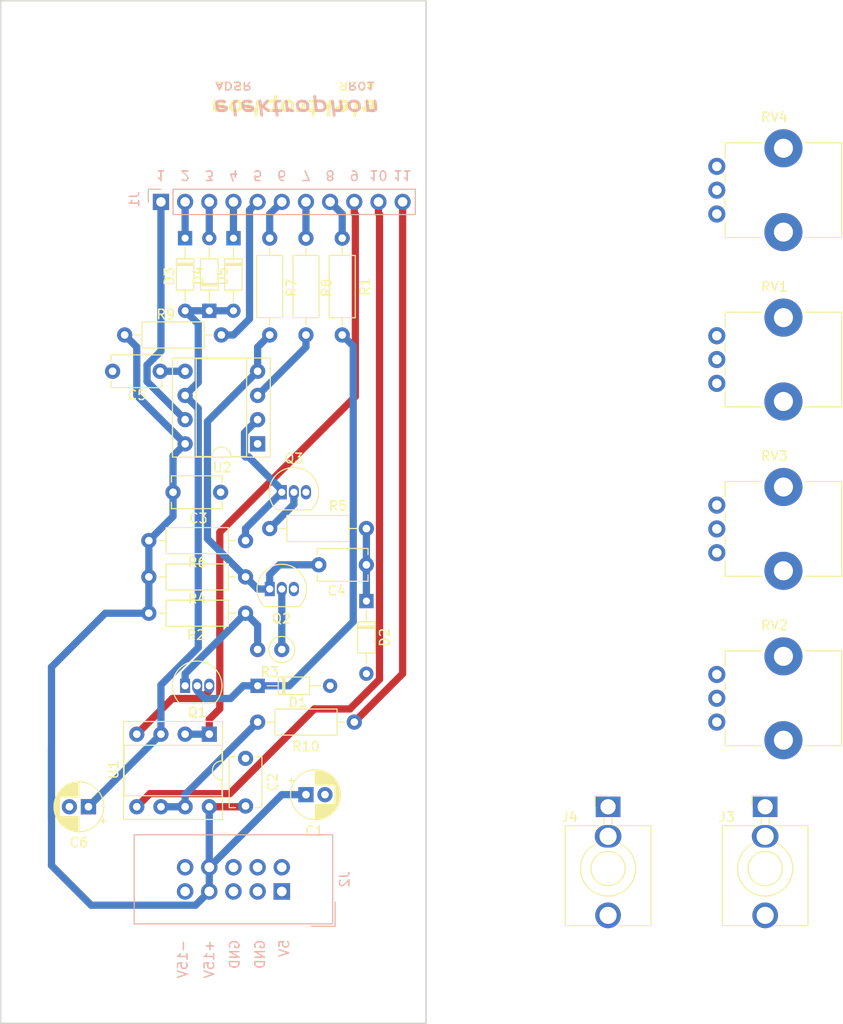
<source format=kicad_pcb>
(kicad_pcb (version 20171130) (host pcbnew 5.0.2+dfsg1-1)

  (general
    (thickness 1.6)
    (drawings 26)
    (tracks 118)
    (zones 0)
    (modules 34)
    (nets 32)
  )

  (page A4)
  (title_block
    (title "The Fastest Envelope in the West")
    (date 2019-06-10)
    (rev 1)
    (company spielhuus)
    (comment 4 "License CC BY 4.0 - Attribution 4.0 International")
  )

  (layers
    (0 F.Cu signal)
    (31 B.Cu signal)
    (32 B.Adhes user)
    (33 F.Adhes user)
    (34 B.Paste user)
    (35 F.Paste user)
    (36 B.SilkS user)
    (37 F.SilkS user)
    (38 B.Mask user)
    (39 F.Mask user)
    (40 Dwgs.User user)
    (41 Cmts.User user)
    (42 Eco1.User user)
    (43 Eco2.User user)
    (44 Edge.Cuts user)
    (45 Margin user)
    (46 B.CrtYd user)
    (47 F.CrtYd user)
    (48 B.Fab user)
    (49 F.Fab user)
  )

  (setup
    (last_trace_width 0.25)
    (user_trace_width 0.762)
    (trace_clearance 0.2)
    (zone_clearance 0.508)
    (zone_45_only no)
    (trace_min 0.2)
    (segment_width 0.2)
    (edge_width 0.2)
    (via_size 0.8)
    (via_drill 0.4)
    (via_min_size 0.4)
    (via_min_drill 0.3)
    (uvia_size 0.3)
    (uvia_drill 0.1)
    (uvias_allowed no)
    (uvia_min_size 0.2)
    (uvia_min_drill 0.1)
    (pcb_text_width 0.3)
    (pcb_text_size 1.5 1.5)
    (mod_edge_width 0.15)
    (mod_text_size 1 1)
    (mod_text_width 0.15)
    (pad_size 2.2 2.2)
    (pad_drill 2.2)
    (pad_to_mask_clearance 0)
    (solder_mask_min_width 0.25)
    (aux_axis_origin 0 0)
    (visible_elements 7FFFFFFF)
    (pcbplotparams
      (layerselection 0x010f0_ffffffff)
      (usegerberextensions true)
      (usegerberattributes false)
      (usegerberadvancedattributes false)
      (creategerberjobfile false)
      (excludeedgelayer false)
      (linewidth 0.150000)
      (plotframeref false)
      (viasonmask false)
      (mode 1)
      (useauxorigin true)
      (hpglpennumber 1)
      (hpglpenspeed 20)
      (hpglpendiameter 15.000000)
      (psnegative false)
      (psa4output false)
      (plotreference true)
      (plotvalue true)
      (plotinvisibletext false)
      (padsonsilk false)
      (subtractmaskfromsilk false)
      (outputformat 1)
      (mirror false)
      (drillshape 0)
      (scaleselection 1)
      (outputdirectory "ADSR Gerbers/"))
  )

  (net 0 "")
  (net 1 GND)
  (net 2 +15V)
  (net 3 "Net-(C4-Pad2)")
  (net 4 "Net-(C4-Pad1)")
  (net 5 "Net-(C5-Pad2)")
  (net 6 "Net-(D1-Pad1)")
  (net 7 Release_2)
  (net 8 Attack_2)
  (net 9 Decay_1)
  (net 10 IN)
  (net 11 OUT)
  (net 12 Sustain_3)
  (net 13 Sustain_2)
  (net 14 Sustain_1)
  (net 15 Decay_2)
  (net 16 Attack_1)
  (net 17 Release_1)
  (net 18 "Net-(J2-Pad10)")
  (net 19 "Net-(J2-Pad9)")
  (net 20 +5V)
  (net 21 "Net-(Q1-Pad1)")
  (net 22 "Net-(Q2-Pad2)")
  (net 23 "Net-(Q3-Pad1)")
  (net 24 "Net-(Q3-Pad2)")
  (net 25 "Net-(R8-Pad2)")
  (net 26 "Net-(R10-Pad1)")
  (net 27 "Net-(C6-Pad1)")
  (net 28 "Net-(J4-PadS)")
  (net 29 "Net-(J4-PadT)")
  (net 30 "Net-(J3-PadT)")
  (net 31 "Net-(J3-PadS)")

  (net_class Default "This is the default net class."
    (clearance 0.2)
    (trace_width 0.25)
    (via_dia 0.8)
    (via_drill 0.4)
    (uvia_dia 0.3)
    (uvia_drill 0.1)
    (add_net +15V)
    (add_net +5V)
    (add_net Attack_1)
    (add_net Attack_2)
    (add_net Decay_1)
    (add_net Decay_2)
    (add_net GND)
    (add_net IN)
    (add_net "Net-(C4-Pad1)")
    (add_net "Net-(C4-Pad2)")
    (add_net "Net-(C5-Pad2)")
    (add_net "Net-(C6-Pad1)")
    (add_net "Net-(D1-Pad1)")
    (add_net "Net-(J2-Pad10)")
    (add_net "Net-(J2-Pad9)")
    (add_net "Net-(J3-PadS)")
    (add_net "Net-(J3-PadT)")
    (add_net "Net-(J4-PadS)")
    (add_net "Net-(J4-PadT)")
    (add_net "Net-(Q1-Pad1)")
    (add_net "Net-(Q2-Pad2)")
    (add_net "Net-(Q3-Pad1)")
    (add_net "Net-(Q3-Pad2)")
    (add_net "Net-(R10-Pad1)")
    (add_net "Net-(R8-Pad2)")
    (add_net OUT)
    (add_net Release_1)
    (add_net Release_2)
    (add_net Sustain_1)
    (add_net Sustain_2)
    (add_net Sustain_3)
  )

  (module Capacitor_THT:CP_Radial_D5.0mm_P2.00mm (layer F.Cu) (tedit 5AE50EF0) (tstamp 5D562966)
    (at 109.22 134.62 180)
    (descr "CP, Radial series, Radial, pin pitch=2.00mm, , diameter=5mm, Electrolytic Capacitor")
    (tags "CP Radial series Radial pin pitch 2.00mm  diameter 5mm Electrolytic Capacitor")
    (path /5CF3D2BD)
    (fp_text reference C6 (at 1 -3.75 180) (layer F.SilkS)
      (effects (font (size 1 1) (thickness 0.15)))
    )
    (fp_text value 4u7 (at 1 3.75 180) (layer F.Fab)
      (effects (font (size 1 1) (thickness 0.15)))
    )
    (fp_circle (center 1 0) (end 3.5 0) (layer F.Fab) (width 0.1))
    (fp_circle (center 1 0) (end 3.62 0) (layer F.SilkS) (width 0.12))
    (fp_circle (center 1 0) (end 3.75 0) (layer F.CrtYd) (width 0.05))
    (fp_line (start -1.133605 -1.0875) (end -0.633605 -1.0875) (layer F.Fab) (width 0.1))
    (fp_line (start -0.883605 -1.3375) (end -0.883605 -0.8375) (layer F.Fab) (width 0.1))
    (fp_line (start 1 1.04) (end 1 2.58) (layer F.SilkS) (width 0.12))
    (fp_line (start 1 -2.58) (end 1 -1.04) (layer F.SilkS) (width 0.12))
    (fp_line (start 1.04 1.04) (end 1.04 2.58) (layer F.SilkS) (width 0.12))
    (fp_line (start 1.04 -2.58) (end 1.04 -1.04) (layer F.SilkS) (width 0.12))
    (fp_line (start 1.08 -2.579) (end 1.08 -1.04) (layer F.SilkS) (width 0.12))
    (fp_line (start 1.08 1.04) (end 1.08 2.579) (layer F.SilkS) (width 0.12))
    (fp_line (start 1.12 -2.578) (end 1.12 -1.04) (layer F.SilkS) (width 0.12))
    (fp_line (start 1.12 1.04) (end 1.12 2.578) (layer F.SilkS) (width 0.12))
    (fp_line (start 1.16 -2.576) (end 1.16 -1.04) (layer F.SilkS) (width 0.12))
    (fp_line (start 1.16 1.04) (end 1.16 2.576) (layer F.SilkS) (width 0.12))
    (fp_line (start 1.2 -2.573) (end 1.2 -1.04) (layer F.SilkS) (width 0.12))
    (fp_line (start 1.2 1.04) (end 1.2 2.573) (layer F.SilkS) (width 0.12))
    (fp_line (start 1.24 -2.569) (end 1.24 -1.04) (layer F.SilkS) (width 0.12))
    (fp_line (start 1.24 1.04) (end 1.24 2.569) (layer F.SilkS) (width 0.12))
    (fp_line (start 1.28 -2.565) (end 1.28 -1.04) (layer F.SilkS) (width 0.12))
    (fp_line (start 1.28 1.04) (end 1.28 2.565) (layer F.SilkS) (width 0.12))
    (fp_line (start 1.32 -2.561) (end 1.32 -1.04) (layer F.SilkS) (width 0.12))
    (fp_line (start 1.32 1.04) (end 1.32 2.561) (layer F.SilkS) (width 0.12))
    (fp_line (start 1.36 -2.556) (end 1.36 -1.04) (layer F.SilkS) (width 0.12))
    (fp_line (start 1.36 1.04) (end 1.36 2.556) (layer F.SilkS) (width 0.12))
    (fp_line (start 1.4 -2.55) (end 1.4 -1.04) (layer F.SilkS) (width 0.12))
    (fp_line (start 1.4 1.04) (end 1.4 2.55) (layer F.SilkS) (width 0.12))
    (fp_line (start 1.44 -2.543) (end 1.44 -1.04) (layer F.SilkS) (width 0.12))
    (fp_line (start 1.44 1.04) (end 1.44 2.543) (layer F.SilkS) (width 0.12))
    (fp_line (start 1.48 -2.536) (end 1.48 -1.04) (layer F.SilkS) (width 0.12))
    (fp_line (start 1.48 1.04) (end 1.48 2.536) (layer F.SilkS) (width 0.12))
    (fp_line (start 1.52 -2.528) (end 1.52 -1.04) (layer F.SilkS) (width 0.12))
    (fp_line (start 1.52 1.04) (end 1.52 2.528) (layer F.SilkS) (width 0.12))
    (fp_line (start 1.56 -2.52) (end 1.56 -1.04) (layer F.SilkS) (width 0.12))
    (fp_line (start 1.56 1.04) (end 1.56 2.52) (layer F.SilkS) (width 0.12))
    (fp_line (start 1.6 -2.511) (end 1.6 -1.04) (layer F.SilkS) (width 0.12))
    (fp_line (start 1.6 1.04) (end 1.6 2.511) (layer F.SilkS) (width 0.12))
    (fp_line (start 1.64 -2.501) (end 1.64 -1.04) (layer F.SilkS) (width 0.12))
    (fp_line (start 1.64 1.04) (end 1.64 2.501) (layer F.SilkS) (width 0.12))
    (fp_line (start 1.68 -2.491) (end 1.68 -1.04) (layer F.SilkS) (width 0.12))
    (fp_line (start 1.68 1.04) (end 1.68 2.491) (layer F.SilkS) (width 0.12))
    (fp_line (start 1.721 -2.48) (end 1.721 -1.04) (layer F.SilkS) (width 0.12))
    (fp_line (start 1.721 1.04) (end 1.721 2.48) (layer F.SilkS) (width 0.12))
    (fp_line (start 1.761 -2.468) (end 1.761 -1.04) (layer F.SilkS) (width 0.12))
    (fp_line (start 1.761 1.04) (end 1.761 2.468) (layer F.SilkS) (width 0.12))
    (fp_line (start 1.801 -2.455) (end 1.801 -1.04) (layer F.SilkS) (width 0.12))
    (fp_line (start 1.801 1.04) (end 1.801 2.455) (layer F.SilkS) (width 0.12))
    (fp_line (start 1.841 -2.442) (end 1.841 -1.04) (layer F.SilkS) (width 0.12))
    (fp_line (start 1.841 1.04) (end 1.841 2.442) (layer F.SilkS) (width 0.12))
    (fp_line (start 1.881 -2.428) (end 1.881 -1.04) (layer F.SilkS) (width 0.12))
    (fp_line (start 1.881 1.04) (end 1.881 2.428) (layer F.SilkS) (width 0.12))
    (fp_line (start 1.921 -2.414) (end 1.921 -1.04) (layer F.SilkS) (width 0.12))
    (fp_line (start 1.921 1.04) (end 1.921 2.414) (layer F.SilkS) (width 0.12))
    (fp_line (start 1.961 -2.398) (end 1.961 -1.04) (layer F.SilkS) (width 0.12))
    (fp_line (start 1.961 1.04) (end 1.961 2.398) (layer F.SilkS) (width 0.12))
    (fp_line (start 2.001 -2.382) (end 2.001 -1.04) (layer F.SilkS) (width 0.12))
    (fp_line (start 2.001 1.04) (end 2.001 2.382) (layer F.SilkS) (width 0.12))
    (fp_line (start 2.041 -2.365) (end 2.041 -1.04) (layer F.SilkS) (width 0.12))
    (fp_line (start 2.041 1.04) (end 2.041 2.365) (layer F.SilkS) (width 0.12))
    (fp_line (start 2.081 -2.348) (end 2.081 -1.04) (layer F.SilkS) (width 0.12))
    (fp_line (start 2.081 1.04) (end 2.081 2.348) (layer F.SilkS) (width 0.12))
    (fp_line (start 2.121 -2.329) (end 2.121 -1.04) (layer F.SilkS) (width 0.12))
    (fp_line (start 2.121 1.04) (end 2.121 2.329) (layer F.SilkS) (width 0.12))
    (fp_line (start 2.161 -2.31) (end 2.161 -1.04) (layer F.SilkS) (width 0.12))
    (fp_line (start 2.161 1.04) (end 2.161 2.31) (layer F.SilkS) (width 0.12))
    (fp_line (start 2.201 -2.29) (end 2.201 -1.04) (layer F.SilkS) (width 0.12))
    (fp_line (start 2.201 1.04) (end 2.201 2.29) (layer F.SilkS) (width 0.12))
    (fp_line (start 2.241 -2.268) (end 2.241 -1.04) (layer F.SilkS) (width 0.12))
    (fp_line (start 2.241 1.04) (end 2.241 2.268) (layer F.SilkS) (width 0.12))
    (fp_line (start 2.281 -2.247) (end 2.281 -1.04) (layer F.SilkS) (width 0.12))
    (fp_line (start 2.281 1.04) (end 2.281 2.247) (layer F.SilkS) (width 0.12))
    (fp_line (start 2.321 -2.224) (end 2.321 -1.04) (layer F.SilkS) (width 0.12))
    (fp_line (start 2.321 1.04) (end 2.321 2.224) (layer F.SilkS) (width 0.12))
    (fp_line (start 2.361 -2.2) (end 2.361 -1.04) (layer F.SilkS) (width 0.12))
    (fp_line (start 2.361 1.04) (end 2.361 2.2) (layer F.SilkS) (width 0.12))
    (fp_line (start 2.401 -2.175) (end 2.401 -1.04) (layer F.SilkS) (width 0.12))
    (fp_line (start 2.401 1.04) (end 2.401 2.175) (layer F.SilkS) (width 0.12))
    (fp_line (start 2.441 -2.149) (end 2.441 -1.04) (layer F.SilkS) (width 0.12))
    (fp_line (start 2.441 1.04) (end 2.441 2.149) (layer F.SilkS) (width 0.12))
    (fp_line (start 2.481 -2.122) (end 2.481 -1.04) (layer F.SilkS) (width 0.12))
    (fp_line (start 2.481 1.04) (end 2.481 2.122) (layer F.SilkS) (width 0.12))
    (fp_line (start 2.521 -2.095) (end 2.521 -1.04) (layer F.SilkS) (width 0.12))
    (fp_line (start 2.521 1.04) (end 2.521 2.095) (layer F.SilkS) (width 0.12))
    (fp_line (start 2.561 -2.065) (end 2.561 -1.04) (layer F.SilkS) (width 0.12))
    (fp_line (start 2.561 1.04) (end 2.561 2.065) (layer F.SilkS) (width 0.12))
    (fp_line (start 2.601 -2.035) (end 2.601 -1.04) (layer F.SilkS) (width 0.12))
    (fp_line (start 2.601 1.04) (end 2.601 2.035) (layer F.SilkS) (width 0.12))
    (fp_line (start 2.641 -2.004) (end 2.641 -1.04) (layer F.SilkS) (width 0.12))
    (fp_line (start 2.641 1.04) (end 2.641 2.004) (layer F.SilkS) (width 0.12))
    (fp_line (start 2.681 -1.971) (end 2.681 -1.04) (layer F.SilkS) (width 0.12))
    (fp_line (start 2.681 1.04) (end 2.681 1.971) (layer F.SilkS) (width 0.12))
    (fp_line (start 2.721 -1.937) (end 2.721 -1.04) (layer F.SilkS) (width 0.12))
    (fp_line (start 2.721 1.04) (end 2.721 1.937) (layer F.SilkS) (width 0.12))
    (fp_line (start 2.761 -1.901) (end 2.761 -1.04) (layer F.SilkS) (width 0.12))
    (fp_line (start 2.761 1.04) (end 2.761 1.901) (layer F.SilkS) (width 0.12))
    (fp_line (start 2.801 -1.864) (end 2.801 -1.04) (layer F.SilkS) (width 0.12))
    (fp_line (start 2.801 1.04) (end 2.801 1.864) (layer F.SilkS) (width 0.12))
    (fp_line (start 2.841 -1.826) (end 2.841 -1.04) (layer F.SilkS) (width 0.12))
    (fp_line (start 2.841 1.04) (end 2.841 1.826) (layer F.SilkS) (width 0.12))
    (fp_line (start 2.881 -1.785) (end 2.881 -1.04) (layer F.SilkS) (width 0.12))
    (fp_line (start 2.881 1.04) (end 2.881 1.785) (layer F.SilkS) (width 0.12))
    (fp_line (start 2.921 -1.743) (end 2.921 -1.04) (layer F.SilkS) (width 0.12))
    (fp_line (start 2.921 1.04) (end 2.921 1.743) (layer F.SilkS) (width 0.12))
    (fp_line (start 2.961 -1.699) (end 2.961 -1.04) (layer F.SilkS) (width 0.12))
    (fp_line (start 2.961 1.04) (end 2.961 1.699) (layer F.SilkS) (width 0.12))
    (fp_line (start 3.001 -1.653) (end 3.001 -1.04) (layer F.SilkS) (width 0.12))
    (fp_line (start 3.001 1.04) (end 3.001 1.653) (layer F.SilkS) (width 0.12))
    (fp_line (start 3.041 -1.605) (end 3.041 1.605) (layer F.SilkS) (width 0.12))
    (fp_line (start 3.081 -1.554) (end 3.081 1.554) (layer F.SilkS) (width 0.12))
    (fp_line (start 3.121 -1.5) (end 3.121 1.5) (layer F.SilkS) (width 0.12))
    (fp_line (start 3.161 -1.443) (end 3.161 1.443) (layer F.SilkS) (width 0.12))
    (fp_line (start 3.201 -1.383) (end 3.201 1.383) (layer F.SilkS) (width 0.12))
    (fp_line (start 3.241 -1.319) (end 3.241 1.319) (layer F.SilkS) (width 0.12))
    (fp_line (start 3.281 -1.251) (end 3.281 1.251) (layer F.SilkS) (width 0.12))
    (fp_line (start 3.321 -1.178) (end 3.321 1.178) (layer F.SilkS) (width 0.12))
    (fp_line (start 3.361 -1.098) (end 3.361 1.098) (layer F.SilkS) (width 0.12))
    (fp_line (start 3.401 -1.011) (end 3.401 1.011) (layer F.SilkS) (width 0.12))
    (fp_line (start 3.441 -0.915) (end 3.441 0.915) (layer F.SilkS) (width 0.12))
    (fp_line (start 3.481 -0.805) (end 3.481 0.805) (layer F.SilkS) (width 0.12))
    (fp_line (start 3.521 -0.677) (end 3.521 0.677) (layer F.SilkS) (width 0.12))
    (fp_line (start 3.561 -0.518) (end 3.561 0.518) (layer F.SilkS) (width 0.12))
    (fp_line (start 3.601 -0.284) (end 3.601 0.284) (layer F.SilkS) (width 0.12))
    (fp_line (start -1.804775 -1.475) (end -1.304775 -1.475) (layer F.SilkS) (width 0.12))
    (fp_line (start -1.554775 -1.725) (end -1.554775 -1.225) (layer F.SilkS) (width 0.12))
    (fp_text user %R (at 1 0 180) (layer F.Fab)
      (effects (font (size 1 1) (thickness 0.15)))
    )
    (pad 1 thru_hole rect (at 0 0 180) (size 1.6 1.6) (drill 0.8) (layers *.Cu *.Mask)
      (net 27 "Net-(C6-Pad1)"))
    (pad 2 thru_hole circle (at 2 0 180) (size 1.6 1.6) (drill 0.8) (layers *.Cu *.Mask)
      (net 1 GND))
    (model ${KISYS3DMOD}/Capacitor_THT.3dshapes/CP_Radial_D5.0mm_P2.00mm.wrl
      (at (xyz 0 0 0))
      (scale (xyz 1 1 1))
      (rotate (xyz 0 0 0))
    )
  )

  (module Connector_Audio:Jack_3.5mm_QingPu_WQP-PJ398SM_Vertical_CircularHoles (layer F.Cu) (tedit 5BC12CFB) (tstamp 5D5628C5)
    (at 180.34 134.62)
    (descr "TRS 3.5mm, vertical, Thonkiconn, PCB mount, (http://www.qingpu-electronics.com/en/products/WQP-PJ398SM-362.html)")
    (tags "WQP-PJ398SM TRS 3.5mm mono vertical jack thonkiconn qingpu")
    (path /5D4A0257)
    (fp_text reference J3 (at -4.03 1.08 180) (layer F.SilkS)
      (effects (font (size 1 1) (thickness 0.15)))
    )
    (fp_text value AudioJack3 (at 0 5 180) (layer F.Fab)
      (effects (font (size 1 1) (thickness 0.15)))
    )
    (fp_line (start 0 0) (end 0 2.03) (layer F.Fab) (width 0.1))
    (fp_circle (center 0 6.48) (end 1.8 6.48) (layer F.Fab) (width 0.1))
    (fp_line (start 4.5 2.03) (end -4.5 2.03) (layer F.Fab) (width 0.1))
    (fp_line (start 5 -1.58) (end -5 -1.58) (layer F.CrtYd) (width 0.05))
    (fp_line (start 5 13.25) (end -5 13.25) (layer F.CrtYd) (width 0.05))
    (fp_line (start 5 13.25) (end 5 -1.58) (layer F.CrtYd) (width 0.05))
    (fp_line (start 4.5 12.48) (end -4.5 12.48) (layer F.Fab) (width 0.1))
    (fp_line (start 4.5 12.48) (end 4.5 2.08) (layer F.Fab) (width 0.1))
    (fp_line (start -1.4 -1.18) (end -0.08 -1.18) (layer F.SilkS) (width 0.12))
    (fp_line (start -1.4 -1.18) (end -1.4 -0.08) (layer F.SilkS) (width 0.12))
    (fp_line (start 0.42 1.2) (end 0.42 1.8) (layer F.SilkS) (width 0.12))
    (fp_line (start -0.42 1.2) (end -0.42 1.8) (layer F.SilkS) (width 0.12))
    (fp_circle (center 0 6.48) (end 1.8 6.48) (layer F.SilkS) (width 0.12))
    (fp_line (start -0.9 1.98) (end -4.5 1.98) (layer F.SilkS) (width 0.12))
    (fp_line (start 4.5 1.98) (end 0.9 1.98) (layer F.SilkS) (width 0.12))
    (fp_line (start -1 12.48) (end -4.5 12.48) (layer F.SilkS) (width 0.12))
    (fp_line (start 4.5 12.48) (end 1 12.48) (layer F.SilkS) (width 0.12))
    (fp_arc (start 0 6.48) (end 0 9.375) (angle -153.4) (layer F.SilkS) (width 0.12))
    (fp_arc (start 0 6.48) (end 0 9.375) (angle 153.4) (layer F.SilkS) (width 0.12))
    (fp_line (start -1.41 6.02) (end -0.46 5.07) (layer Dwgs.User) (width 0.12))
    (fp_line (start -1.42 6.875) (end 0.4 5.06) (layer Dwgs.User) (width 0.12))
    (fp_line (start -1.07 7.49) (end 1.01 5.41) (layer Dwgs.User) (width 0.12))
    (fp_line (start -0.58 7.83) (end 1.36 5.89) (layer Dwgs.User) (width 0.12))
    (fp_line (start 0.09 7.96) (end 1.48 6.57) (layer Dwgs.User) (width 0.12))
    (fp_circle (center 0 6.48) (end 1.5 6.48) (layer Dwgs.User) (width 0.12))
    (fp_line (start 4.5 1.98) (end 4.5 12.48) (layer F.SilkS) (width 0.12))
    (fp_line (start -4.5 1.98) (end -4.5 12.48) (layer F.SilkS) (width 0.12))
    (fp_text user %R (at 0 8 180) (layer F.Fab)
      (effects (font (size 1 1) (thickness 0.15)))
    )
    (fp_line (start -4.5 12.48) (end -4.5 2.08) (layer F.Fab) (width 0.1))
    (fp_line (start -5 13.25) (end -5 -1.58) (layer F.CrtYd) (width 0.05))
    (fp_text user KEEPOUT (at 0 6.48) (layer Cmts.User)
      (effects (font (size 0.4 0.4) (thickness 0.051)))
    )
    (pad T thru_hole circle (at 0 11.4 180) (size 2.7 2.7) (drill 1.8) (layers *.Cu *.Mask)
      (net 30 "Net-(J3-PadT)"))
    (pad S thru_hole rect (at 0 0 180) (size 2.6 2.15) (drill 1.6) (layers *.Cu *.Mask)
      (net 31 "Net-(J3-PadS)"))
    (pad TN thru_hole oval (at 0 3.1 180) (size 2.8 2.35) (drill 1.8) (layers *.Cu *.Mask))
    (model ${KISYS3DMOD}/Connector_Audio.3dshapes/Jack_3.5mm_QingPu_WQP-PJ398SM_Vertical.wrl
      (at (xyz 0 0 0))
      (scale (xyz 1 1 1))
      (rotate (xyz 0 0 0))
    )
  )

  (module Connector_Audio:Jack_3.5mm_QingPu_WQP-PJ398SM_Vertical_CircularHoles (layer F.Cu) (tedit 5BC12CFB) (tstamp 5D56289F)
    (at 163.83 134.62)
    (descr "TRS 3.5mm, vertical, Thonkiconn, PCB mount, (http://www.qingpu-electronics.com/en/products/WQP-PJ398SM-362.html)")
    (tags "WQP-PJ398SM TRS 3.5mm mono vertical jack thonkiconn qingpu")
    (path /5D4A02E1)
    (fp_text reference J4 (at -4.03 1.08 180) (layer F.SilkS)
      (effects (font (size 1 1) (thickness 0.15)))
    )
    (fp_text value AudioJack3 (at 0 5 180) (layer F.Fab)
      (effects (font (size 1 1) (thickness 0.15)))
    )
    (fp_text user KEEPOUT (at 0 6.48) (layer Cmts.User)
      (effects (font (size 0.4 0.4) (thickness 0.051)))
    )
    (fp_line (start -5 13.25) (end -5 -1.58) (layer F.CrtYd) (width 0.05))
    (fp_line (start -4.5 12.48) (end -4.5 2.08) (layer F.Fab) (width 0.1))
    (fp_text user %R (at 0 8 180) (layer F.Fab)
      (effects (font (size 1 1) (thickness 0.15)))
    )
    (fp_line (start -4.5 1.98) (end -4.5 12.48) (layer F.SilkS) (width 0.12))
    (fp_line (start 4.5 1.98) (end 4.5 12.48) (layer F.SilkS) (width 0.12))
    (fp_circle (center 0 6.48) (end 1.5 6.48) (layer Dwgs.User) (width 0.12))
    (fp_line (start 0.09 7.96) (end 1.48 6.57) (layer Dwgs.User) (width 0.12))
    (fp_line (start -0.58 7.83) (end 1.36 5.89) (layer Dwgs.User) (width 0.12))
    (fp_line (start -1.07 7.49) (end 1.01 5.41) (layer Dwgs.User) (width 0.12))
    (fp_line (start -1.42 6.875) (end 0.4 5.06) (layer Dwgs.User) (width 0.12))
    (fp_line (start -1.41 6.02) (end -0.46 5.07) (layer Dwgs.User) (width 0.12))
    (fp_arc (start 0 6.48) (end 0 9.375) (angle 153.4) (layer F.SilkS) (width 0.12))
    (fp_arc (start 0 6.48) (end 0 9.375) (angle -153.4) (layer F.SilkS) (width 0.12))
    (fp_line (start 4.5 12.48) (end 1 12.48) (layer F.SilkS) (width 0.12))
    (fp_line (start -1 12.48) (end -4.5 12.48) (layer F.SilkS) (width 0.12))
    (fp_line (start 4.5 1.98) (end 0.9 1.98) (layer F.SilkS) (width 0.12))
    (fp_line (start -0.9 1.98) (end -4.5 1.98) (layer F.SilkS) (width 0.12))
    (fp_circle (center 0 6.48) (end 1.8 6.48) (layer F.SilkS) (width 0.12))
    (fp_line (start -0.42 1.2) (end -0.42 1.8) (layer F.SilkS) (width 0.12))
    (fp_line (start 0.42 1.2) (end 0.42 1.8) (layer F.SilkS) (width 0.12))
    (fp_line (start -1.4 -1.18) (end -1.4 -0.08) (layer F.SilkS) (width 0.12))
    (fp_line (start -1.4 -1.18) (end -0.08 -1.18) (layer F.SilkS) (width 0.12))
    (fp_line (start 4.5 12.48) (end 4.5 2.08) (layer F.Fab) (width 0.1))
    (fp_line (start 4.5 12.48) (end -4.5 12.48) (layer F.Fab) (width 0.1))
    (fp_line (start 5 13.25) (end 5 -1.58) (layer F.CrtYd) (width 0.05))
    (fp_line (start 5 13.25) (end -5 13.25) (layer F.CrtYd) (width 0.05))
    (fp_line (start 5 -1.58) (end -5 -1.58) (layer F.CrtYd) (width 0.05))
    (fp_line (start 4.5 2.03) (end -4.5 2.03) (layer F.Fab) (width 0.1))
    (fp_circle (center 0 6.48) (end 1.8 6.48) (layer F.Fab) (width 0.1))
    (fp_line (start 0 0) (end 0 2.03) (layer F.Fab) (width 0.1))
    (pad TN thru_hole oval (at 0 3.1 180) (size 2.8 2.35) (drill 1.8) (layers *.Cu *.Mask))
    (pad S thru_hole rect (at 0 0 180) (size 2.6 2.15) (drill 1.6) (layers *.Cu *.Mask)
      (net 28 "Net-(J4-PadS)"))
    (pad T thru_hole circle (at 0 11.4 180) (size 2.7 2.7) (drill 1.8) (layers *.Cu *.Mask)
      (net 29 "Net-(J4-PadT)"))
    (model ${KISYS3DMOD}/Connector_Audio.3dshapes/Jack_3.5mm_QingPu_WQP-PJ398SM_Vertical.wrl
      (at (xyz 0 0 0))
      (scale (xyz 1 1 1))
      (rotate (xyz 0 0 0))
    )
  )

  (module Potentiometer_THT:Potentiometer_Bourns_PTV09A-1_Single_Vertical (layer F.Cu) (tedit 5A3D4993) (tstamp 5D5625D1)
    (at 175.26 72.39)
    (descr "Potentiometer, vertical, Bourns PTV09A-1 Single, http://www.bourns.com/docs/Product-Datasheets/ptv09.pdf")
    (tags "Potentiometer vertical Bourns PTV09A-1 Single")
    (path /5CB9FE03)
    (fp_text reference RV4 (at 6.05 -10.15) (layer F.SilkS)
      (effects (font (size 1 1) (thickness 0.15)))
    )
    (fp_text value 1M (at 6.05 5.15) (layer F.Fab)
      (effects (font (size 1 1) (thickness 0.15)))
    )
    (fp_text user %R (at 2 -2.5 90) (layer F.Fab)
      (effects (font (size 1 1) (thickness 0.15)))
    )
    (fp_line (start 13.25 -9.15) (end -1.15 -9.15) (layer F.CrtYd) (width 0.05))
    (fp_line (start 13.25 4.15) (end 13.25 -9.15) (layer F.CrtYd) (width 0.05))
    (fp_line (start -1.15 4.15) (end 13.25 4.15) (layer F.CrtYd) (width 0.05))
    (fp_line (start -1.15 -9.15) (end -1.15 4.15) (layer F.CrtYd) (width 0.05))
    (fp_line (start 13.12 -7.47) (end 13.12 2.47) (layer F.SilkS) (width 0.12))
    (fp_line (start 0.88 0.87) (end 0.88 2.47) (layer F.SilkS) (width 0.12))
    (fp_line (start 0.88 -1.629) (end 0.88 -0.87) (layer F.SilkS) (width 0.12))
    (fp_line (start 0.88 -4.129) (end 0.88 -3.37) (layer F.SilkS) (width 0.12))
    (fp_line (start 0.88 -7.47) (end 0.88 -5.871) (layer F.SilkS) (width 0.12))
    (fp_line (start 9.255 2.47) (end 13.12 2.47) (layer F.SilkS) (width 0.12))
    (fp_line (start 0.88 2.47) (end 4.745 2.47) (layer F.SilkS) (width 0.12))
    (fp_line (start 9.255 -7.47) (end 13.12 -7.47) (layer F.SilkS) (width 0.12))
    (fp_line (start 0.88 -7.47) (end 4.745 -7.47) (layer F.SilkS) (width 0.12))
    (fp_line (start 13 -7.35) (end 1 -7.35) (layer F.Fab) (width 0.1))
    (fp_line (start 13 2.35) (end 13 -7.35) (layer F.Fab) (width 0.1))
    (fp_line (start 1 2.35) (end 13 2.35) (layer F.Fab) (width 0.1))
    (fp_line (start 1 -7.35) (end 1 2.35) (layer F.Fab) (width 0.1))
    (fp_circle (center 7.5 -2.5) (end 10.5 -2.5) (layer F.Fab) (width 0.1))
    (pad "" np_thru_hole circle (at 7 1.9) (size 4 4) (drill 2) (layers *.Cu *.Mask))
    (pad "" np_thru_hole circle (at 7 -6.9) (size 4 4) (drill 2) (layers *.Cu *.Mask))
    (pad 1 thru_hole circle (at 0 0) (size 1.8 1.8) (drill 1) (layers *.Cu *.Mask)
      (net 15 Decay_2))
    (pad 2 thru_hole circle (at 0 -2.5) (size 1.8 1.8) (drill 1) (layers *.Cu *.Mask)
      (net 15 Decay_2))
    (pad 3 thru_hole circle (at 0 -5) (size 1.8 1.8) (drill 1) (layers *.Cu *.Mask)
      (net 9 Decay_1))
    (model ${KISYS3DMOD}/Potentiometer_THT.3dshapes/Potentiometer_Bourns_PTV09A-1_Single_Vertical.wrl
      (at (xyz 0 0 0))
      (scale (xyz 1 1 1))
      (rotate (xyz 0 0 0))
    )
  )

  (module Potentiometer_THT:Potentiometer_Bourns_PTV09A-1_Single_Vertical (layer F.Cu) (tedit 5A3D4993) (tstamp 5D5625B5)
    (at 175.26 107.95)
    (descr "Potentiometer, vertical, Bourns PTV09A-1 Single, http://www.bourns.com/docs/Product-Datasheets/ptv09.pdf")
    (tags "Potentiometer vertical Bourns PTV09A-1 Single")
    (path /5CB76DA6)
    (fp_text reference RV3 (at 6.05 -10.15) (layer F.SilkS)
      (effects (font (size 1 1) (thickness 0.15)))
    )
    (fp_text value 1M (at 6.05 5.15) (layer F.Fab)
      (effects (font (size 1 1) (thickness 0.15)))
    )
    (fp_circle (center 7.5 -2.5) (end 10.5 -2.5) (layer F.Fab) (width 0.1))
    (fp_line (start 1 -7.35) (end 1 2.35) (layer F.Fab) (width 0.1))
    (fp_line (start 1 2.35) (end 13 2.35) (layer F.Fab) (width 0.1))
    (fp_line (start 13 2.35) (end 13 -7.35) (layer F.Fab) (width 0.1))
    (fp_line (start 13 -7.35) (end 1 -7.35) (layer F.Fab) (width 0.1))
    (fp_line (start 0.88 -7.47) (end 4.745 -7.47) (layer F.SilkS) (width 0.12))
    (fp_line (start 9.255 -7.47) (end 13.12 -7.47) (layer F.SilkS) (width 0.12))
    (fp_line (start 0.88 2.47) (end 4.745 2.47) (layer F.SilkS) (width 0.12))
    (fp_line (start 9.255 2.47) (end 13.12 2.47) (layer F.SilkS) (width 0.12))
    (fp_line (start 0.88 -7.47) (end 0.88 -5.871) (layer F.SilkS) (width 0.12))
    (fp_line (start 0.88 -4.129) (end 0.88 -3.37) (layer F.SilkS) (width 0.12))
    (fp_line (start 0.88 -1.629) (end 0.88 -0.87) (layer F.SilkS) (width 0.12))
    (fp_line (start 0.88 0.87) (end 0.88 2.47) (layer F.SilkS) (width 0.12))
    (fp_line (start 13.12 -7.47) (end 13.12 2.47) (layer F.SilkS) (width 0.12))
    (fp_line (start -1.15 -9.15) (end -1.15 4.15) (layer F.CrtYd) (width 0.05))
    (fp_line (start -1.15 4.15) (end 13.25 4.15) (layer F.CrtYd) (width 0.05))
    (fp_line (start 13.25 4.15) (end 13.25 -9.15) (layer F.CrtYd) (width 0.05))
    (fp_line (start 13.25 -9.15) (end -1.15 -9.15) (layer F.CrtYd) (width 0.05))
    (fp_text user %R (at 2 -2.5 90) (layer F.Fab)
      (effects (font (size 1 1) (thickness 0.15)))
    )
    (pad 3 thru_hole circle (at 0 -5) (size 1.8 1.8) (drill 1) (layers *.Cu *.Mask)
      (net 16 Attack_1))
    (pad 2 thru_hole circle (at 0 -2.5) (size 1.8 1.8) (drill 1) (layers *.Cu *.Mask)
      (net 16 Attack_1))
    (pad 1 thru_hole circle (at 0 0) (size 1.8 1.8) (drill 1) (layers *.Cu *.Mask)
      (net 8 Attack_2))
    (pad "" np_thru_hole circle (at 7 -6.9) (size 4 4) (drill 2) (layers *.Cu *.Mask))
    (pad "" np_thru_hole circle (at 7 1.9) (size 4 4) (drill 2) (layers *.Cu *.Mask))
    (model ${KISYS3DMOD}/Potentiometer_THT.3dshapes/Potentiometer_Bourns_PTV09A-1_Single_Vertical.wrl
      (at (xyz 0 0 0))
      (scale (xyz 1 1 1))
      (rotate (xyz 0 0 0))
    )
  )

  (module Potentiometer_THT:Potentiometer_Bourns_PTV09A-1_Single_Vertical (layer F.Cu) (tedit 5A3D4993) (tstamp 5D562599)
    (at 175.26 125.73)
    (descr "Potentiometer, vertical, Bourns PTV09A-1 Single, http://www.bourns.com/docs/Product-Datasheets/ptv09.pdf")
    (tags "Potentiometer vertical Bourns PTV09A-1 Single")
    (path /5CB73ABA)
    (fp_text reference RV2 (at 6.05 -10.15) (layer F.SilkS)
      (effects (font (size 1 1) (thickness 0.15)))
    )
    (fp_text value 1M (at 6.05 5.15) (layer F.Fab)
      (effects (font (size 1 1) (thickness 0.15)))
    )
    (fp_text user %R (at 2 -2.5 90) (layer F.Fab)
      (effects (font (size 1 1) (thickness 0.15)))
    )
    (fp_line (start 13.25 -9.15) (end -1.15 -9.15) (layer F.CrtYd) (width 0.05))
    (fp_line (start 13.25 4.15) (end 13.25 -9.15) (layer F.CrtYd) (width 0.05))
    (fp_line (start -1.15 4.15) (end 13.25 4.15) (layer F.CrtYd) (width 0.05))
    (fp_line (start -1.15 -9.15) (end -1.15 4.15) (layer F.CrtYd) (width 0.05))
    (fp_line (start 13.12 -7.47) (end 13.12 2.47) (layer F.SilkS) (width 0.12))
    (fp_line (start 0.88 0.87) (end 0.88 2.47) (layer F.SilkS) (width 0.12))
    (fp_line (start 0.88 -1.629) (end 0.88 -0.87) (layer F.SilkS) (width 0.12))
    (fp_line (start 0.88 -4.129) (end 0.88 -3.37) (layer F.SilkS) (width 0.12))
    (fp_line (start 0.88 -7.47) (end 0.88 -5.871) (layer F.SilkS) (width 0.12))
    (fp_line (start 9.255 2.47) (end 13.12 2.47) (layer F.SilkS) (width 0.12))
    (fp_line (start 0.88 2.47) (end 4.745 2.47) (layer F.SilkS) (width 0.12))
    (fp_line (start 9.255 -7.47) (end 13.12 -7.47) (layer F.SilkS) (width 0.12))
    (fp_line (start 0.88 -7.47) (end 4.745 -7.47) (layer F.SilkS) (width 0.12))
    (fp_line (start 13 -7.35) (end 1 -7.35) (layer F.Fab) (width 0.1))
    (fp_line (start 13 2.35) (end 13 -7.35) (layer F.Fab) (width 0.1))
    (fp_line (start 1 2.35) (end 13 2.35) (layer F.Fab) (width 0.1))
    (fp_line (start 1 -7.35) (end 1 2.35) (layer F.Fab) (width 0.1))
    (fp_circle (center 7.5 -2.5) (end 10.5 -2.5) (layer F.Fab) (width 0.1))
    (pad "" np_thru_hole circle (at 7 1.9) (size 4 4) (drill 2) (layers *.Cu *.Mask))
    (pad "" np_thru_hole circle (at 7 -6.9) (size 4 4) (drill 2) (layers *.Cu *.Mask))
    (pad 1 thru_hole circle (at 0 0) (size 1.8 1.8) (drill 1) (layers *.Cu *.Mask)
      (net 7 Release_2))
    (pad 2 thru_hole circle (at 0 -2.5) (size 1.8 1.8) (drill 1) (layers *.Cu *.Mask)
      (net 17 Release_1))
    (pad 3 thru_hole circle (at 0 -5) (size 1.8 1.8) (drill 1) (layers *.Cu *.Mask)
      (net 17 Release_1))
    (model ${KISYS3DMOD}/Potentiometer_THT.3dshapes/Potentiometer_Bourns_PTV09A-1_Single_Vertical.wrl
      (at (xyz 0 0 0))
      (scale (xyz 1 1 1))
      (rotate (xyz 0 0 0))
    )
  )

  (module Potentiometer_THT:Potentiometer_Bourns_PTV09A-1_Single_Vertical (layer F.Cu) (tedit 5A3D4993) (tstamp 5D56257D)
    (at 175.26 90.17)
    (descr "Potentiometer, vertical, Bourns PTV09A-1 Single, http://www.bourns.com/docs/Product-Datasheets/ptv09.pdf")
    (tags "Potentiometer vertical Bourns PTV09A-1 Single")
    (path /5CB80D85)
    (fp_text reference RV1 (at 6.05 -10.15) (layer F.SilkS)
      (effects (font (size 1 1) (thickness 0.15)))
    )
    (fp_text value 10k (at 6.05 5.15) (layer F.Fab)
      (effects (font (size 1 1) (thickness 0.15)))
    )
    (fp_circle (center 7.5 -2.5) (end 10.5 -2.5) (layer F.Fab) (width 0.1))
    (fp_line (start 1 -7.35) (end 1 2.35) (layer F.Fab) (width 0.1))
    (fp_line (start 1 2.35) (end 13 2.35) (layer F.Fab) (width 0.1))
    (fp_line (start 13 2.35) (end 13 -7.35) (layer F.Fab) (width 0.1))
    (fp_line (start 13 -7.35) (end 1 -7.35) (layer F.Fab) (width 0.1))
    (fp_line (start 0.88 -7.47) (end 4.745 -7.47) (layer F.SilkS) (width 0.12))
    (fp_line (start 9.255 -7.47) (end 13.12 -7.47) (layer F.SilkS) (width 0.12))
    (fp_line (start 0.88 2.47) (end 4.745 2.47) (layer F.SilkS) (width 0.12))
    (fp_line (start 9.255 2.47) (end 13.12 2.47) (layer F.SilkS) (width 0.12))
    (fp_line (start 0.88 -7.47) (end 0.88 -5.871) (layer F.SilkS) (width 0.12))
    (fp_line (start 0.88 -4.129) (end 0.88 -3.37) (layer F.SilkS) (width 0.12))
    (fp_line (start 0.88 -1.629) (end 0.88 -0.87) (layer F.SilkS) (width 0.12))
    (fp_line (start 0.88 0.87) (end 0.88 2.47) (layer F.SilkS) (width 0.12))
    (fp_line (start 13.12 -7.47) (end 13.12 2.47) (layer F.SilkS) (width 0.12))
    (fp_line (start -1.15 -9.15) (end -1.15 4.15) (layer F.CrtYd) (width 0.05))
    (fp_line (start -1.15 4.15) (end 13.25 4.15) (layer F.CrtYd) (width 0.05))
    (fp_line (start 13.25 4.15) (end 13.25 -9.15) (layer F.CrtYd) (width 0.05))
    (fp_line (start 13.25 -9.15) (end -1.15 -9.15) (layer F.CrtYd) (width 0.05))
    (fp_text user %R (at 2 -2.5 90) (layer F.Fab)
      (effects (font (size 1 1) (thickness 0.15)))
    )
    (pad 3 thru_hole circle (at 0 -5) (size 1.8 1.8) (drill 1) (layers *.Cu *.Mask)
      (net 12 Sustain_3))
    (pad 2 thru_hole circle (at 0 -2.5) (size 1.8 1.8) (drill 1) (layers *.Cu *.Mask)
      (net 13 Sustain_2))
    (pad 1 thru_hole circle (at 0 0) (size 1.8 1.8) (drill 1) (layers *.Cu *.Mask)
      (net 14 Sustain_1))
    (pad "" np_thru_hole circle (at 7 -6.9) (size 4 4) (drill 2) (layers *.Cu *.Mask))
    (pad "" np_thru_hole circle (at 7 1.9) (size 4 4) (drill 2) (layers *.Cu *.Mask))
    (model ${KISYS3DMOD}/Potentiometer_THT.3dshapes/Potentiometer_Bourns_PTV09A-1_Single_Vertical.wrl
      (at (xyz 0 0 0))
      (scale (xyz 1 1 1))
      (rotate (xyz 0 0 0))
    )
  )

  (module Resistor_THT:R_Axial_DIN0207_L6.3mm_D2.5mm_P2.54mm_Vertical (layer F.Cu) (tedit 5AE5139B) (tstamp 5CF685F1)
    (at 129.54 118.11 180)
    (descr "Resistor, Axial_DIN0207 series, Axial, Vertical, pin pitch=2.54mm, 0.25W = 1/4W, length*diameter=6.3*2.5mm^2, http://cdn-reichelt.de/documents/datenblatt/B400/1_4W%23YAG.pdf")
    (tags "Resistor Axial_DIN0207 series Axial Vertical pin pitch 2.54mm 0.25W = 1/4W length 6.3mm diameter 2.5mm")
    (path /5CB6846C)
    (fp_text reference R3 (at 1.27 -2.37) (layer F.SilkS)
      (effects (font (size 1 1) (thickness 0.15)))
    )
    (fp_text value 22k (at 1.27 2.37) (layer F.Fab)
      (effects (font (size 1 1) (thickness 0.15)))
    )
    (fp_text user %R (at 1.27 -2.37) (layer F.Fab)
      (effects (font (size 1 1) (thickness 0.15)))
    )
    (fp_line (start 3.59 -1.5) (end -1.5 -1.5) (layer F.CrtYd) (width 0.05))
    (fp_line (start 3.59 1.5) (end 3.59 -1.5) (layer F.CrtYd) (width 0.05))
    (fp_line (start -1.5 1.5) (end 3.59 1.5) (layer F.CrtYd) (width 0.05))
    (fp_line (start -1.5 -1.5) (end -1.5 1.5) (layer F.CrtYd) (width 0.05))
    (fp_line (start 1.37 0) (end 1.44 0) (layer F.SilkS) (width 0.12))
    (fp_line (start 0 0) (end 2.54 0) (layer F.Fab) (width 0.1))
    (fp_circle (center 0 0) (end 1.37 0) (layer F.SilkS) (width 0.12))
    (fp_circle (center 0 0) (end 1.25 0) (layer F.Fab) (width 0.1))
    (pad 2 thru_hole oval (at 2.54 0 180) (size 1.6 1.6) (drill 0.8) (layers *.Cu *.Mask)
      (net 21 "Net-(Q1-Pad1)"))
    (pad 1 thru_hole circle (at 0 0 180) (size 1.6 1.6) (drill 0.8) (layers *.Cu *.Mask)
      (net 22 "Net-(Q2-Pad2)"))
    (model ${KISYS3DMOD}/Resistor_THT.3dshapes/R_Axial_DIN0207_L6.3mm_D2.5mm_P2.54mm_Vertical.wrl
      (at (xyz 0 0 0))
      (scale (xyz 1 1 1))
      (rotate (xyz 0 0 0))
    )
  )

  (module Connector_IDC:IDC-Header_2x05_P2.54mm_Vertical (layer B.Cu) (tedit 59DE0611) (tstamp 5CF2A651)
    (at 129.54 143.51 90)
    (descr "Through hole straight IDC box header, 2x05, 2.54mm pitch, double rows")
    (tags "Through hole IDC box header THT 2x05 2.54mm double row")
    (path /5CF322F1)
    (fp_text reference J2 (at 1.27 6.604 270) (layer B.SilkS)
      (effects (font (size 1 1) (thickness 0.15)) (justify mirror))
    )
    (fp_text value Power (at 1.27 -16.764 270) (layer B.Fab)
      (effects (font (size 1 1) (thickness 0.15)) (justify mirror))
    )
    (fp_line (start -3.655 5.6) (end -1.115 5.6) (layer B.SilkS) (width 0.12))
    (fp_line (start -3.655 5.6) (end -3.655 3.06) (layer B.SilkS) (width 0.12))
    (fp_line (start -3.405 5.35) (end 5.945 5.35) (layer B.SilkS) (width 0.12))
    (fp_line (start -3.405 -15.51) (end -3.405 5.35) (layer B.SilkS) (width 0.12))
    (fp_line (start 5.945 -15.51) (end -3.405 -15.51) (layer B.SilkS) (width 0.12))
    (fp_line (start 5.945 5.35) (end 5.945 -15.51) (layer B.SilkS) (width 0.12))
    (fp_line (start -3.41 5.35) (end 5.95 5.35) (layer B.CrtYd) (width 0.05))
    (fp_line (start -3.41 -15.51) (end -3.41 5.35) (layer B.CrtYd) (width 0.05))
    (fp_line (start 5.95 -15.51) (end -3.41 -15.51) (layer B.CrtYd) (width 0.05))
    (fp_line (start 5.95 5.35) (end 5.95 -15.51) (layer B.CrtYd) (width 0.05))
    (fp_line (start -3.155 -15.26) (end -2.605 -14.7) (layer B.Fab) (width 0.1))
    (fp_line (start -3.155 5.1) (end -2.605 4.56) (layer B.Fab) (width 0.1))
    (fp_line (start 5.695 -15.26) (end 5.145 -14.7) (layer B.Fab) (width 0.1))
    (fp_line (start 5.695 5.1) (end 5.145 4.56) (layer B.Fab) (width 0.1))
    (fp_line (start 5.145 -14.7) (end -2.605 -14.7) (layer B.Fab) (width 0.1))
    (fp_line (start 5.695 -15.26) (end -3.155 -15.26) (layer B.Fab) (width 0.1))
    (fp_line (start 5.145 4.56) (end -2.605 4.56) (layer B.Fab) (width 0.1))
    (fp_line (start 5.695 5.1) (end -3.155 5.1) (layer B.Fab) (width 0.1))
    (fp_line (start -2.605 -7.33) (end -3.155 -7.33) (layer B.Fab) (width 0.1))
    (fp_line (start -2.605 -2.83) (end -3.155 -2.83) (layer B.Fab) (width 0.1))
    (fp_line (start -2.605 -7.33) (end -2.605 -14.7) (layer B.Fab) (width 0.1))
    (fp_line (start -2.605 4.56) (end -2.605 -2.83) (layer B.Fab) (width 0.1))
    (fp_line (start -3.155 5.1) (end -3.155 -15.26) (layer B.Fab) (width 0.1))
    (fp_line (start 5.145 4.56) (end 5.145 -14.7) (layer B.Fab) (width 0.1))
    (fp_line (start 5.695 5.1) (end 5.695 -15.26) (layer B.Fab) (width 0.1))
    (fp_text user %R (at 1.27 -5.08 270) (layer B.Fab)
      (effects (font (size 1 1) (thickness 0.15)) (justify mirror))
    )
    (pad 10 thru_hole oval (at 2.54 -10.16 90) (size 1.7272 1.7272) (drill 1.016) (layers *.Cu *.Mask)
      (net 18 "Net-(J2-Pad10)"))
    (pad 9 thru_hole oval (at 0 -10.16 90) (size 1.7272 1.7272) (drill 1.016) (layers *.Cu *.Mask)
      (net 19 "Net-(J2-Pad9)"))
    (pad 8 thru_hole oval (at 2.54 -7.62 90) (size 1.7272 1.7272) (drill 1.016) (layers *.Cu *.Mask)
      (net 2 +15V))
    (pad 7 thru_hole oval (at 0 -7.62 90) (size 1.7272 1.7272) (drill 1.016) (layers *.Cu *.Mask)
      (net 2 +15V))
    (pad 6 thru_hole oval (at 2.54 -5.08 90) (size 1.7272 1.7272) (drill 1.016) (layers *.Cu *.Mask)
      (net 1 GND))
    (pad 5 thru_hole oval (at 0 -5.08 90) (size 1.7272 1.7272) (drill 1.016) (layers *.Cu *.Mask)
      (net 1 GND))
    (pad 4 thru_hole oval (at 2.54 -2.54 90) (size 1.7272 1.7272) (drill 1.016) (layers *.Cu *.Mask)
      (net 1 GND))
    (pad 3 thru_hole oval (at 0 -2.54 90) (size 1.7272 1.7272) (drill 1.016) (layers *.Cu *.Mask)
      (net 1 GND))
    (pad 2 thru_hole oval (at 2.54 0 90) (size 1.7272 1.7272) (drill 1.016) (layers *.Cu *.Mask)
      (net 20 +5V))
    (pad 1 thru_hole rect (at 0 0 90) (size 1.7272 1.7272) (drill 1.016) (layers *.Cu *.Mask)
      (net 20 +5V))
    (model ${KISYS3DMOD}/Connector_IDC.3dshapes/IDC-Header_2x05_P2.54mm_Vertical.wrl
      (at (xyz 0 0 0))
      (scale (xyz 1 1 1))
      (rotate (xyz 0 0 0))
    )
  )

  (module Resistor_THT:R_Axial_DIN0207_L6.3mm_D2.5mm_P10.16mm_Horizontal (layer F.Cu) (tedit 5AE5139B) (tstamp 5CF2A6B5)
    (at 115.57 114.3)
    (descr "Resistor, Axial_DIN0207 series, Axial, Horizontal, pin pitch=10.16mm, 0.25W = 1/4W, length*diameter=6.3*2.5mm^2, http://cdn-reichelt.de/documents/datenblatt/B400/1_4W%23YAG.pdf")
    (tags "Resistor Axial_DIN0207 series Axial Horizontal pin pitch 10.16mm 0.25W = 1/4W length 6.3mm diameter 2.5mm")
    (path /5CB67B4D)
    (fp_text reference R2 (at 4.953 2.286) (layer F.SilkS)
      (effects (font (size 1 1) (thickness 0.15)))
    )
    (fp_text value 4k7 (at 5.08 2.37) (layer F.Fab)
      (effects (font (size 1 1) (thickness 0.15)))
    )
    (fp_text user %R (at 5.08 0) (layer F.Fab)
      (effects (font (size 1 1) (thickness 0.15)))
    )
    (fp_line (start 11.21 -1.5) (end -1.05 -1.5) (layer F.CrtYd) (width 0.05))
    (fp_line (start 11.21 1.5) (end 11.21 -1.5) (layer F.CrtYd) (width 0.05))
    (fp_line (start -1.05 1.5) (end 11.21 1.5) (layer F.CrtYd) (width 0.05))
    (fp_line (start -1.05 -1.5) (end -1.05 1.5) (layer F.CrtYd) (width 0.05))
    (fp_line (start 9.12 0) (end 8.35 0) (layer F.SilkS) (width 0.12))
    (fp_line (start 1.04 0) (end 1.81 0) (layer F.SilkS) (width 0.12))
    (fp_line (start 8.35 -1.37) (end 1.81 -1.37) (layer F.SilkS) (width 0.12))
    (fp_line (start 8.35 1.37) (end 8.35 -1.37) (layer F.SilkS) (width 0.12))
    (fp_line (start 1.81 1.37) (end 8.35 1.37) (layer F.SilkS) (width 0.12))
    (fp_line (start 1.81 -1.37) (end 1.81 1.37) (layer F.SilkS) (width 0.12))
    (fp_line (start 10.16 0) (end 8.23 0) (layer F.Fab) (width 0.1))
    (fp_line (start 0 0) (end 1.93 0) (layer F.Fab) (width 0.1))
    (fp_line (start 8.23 -1.25) (end 1.93 -1.25) (layer F.Fab) (width 0.1))
    (fp_line (start 8.23 1.25) (end 8.23 -1.25) (layer F.Fab) (width 0.1))
    (fp_line (start 1.93 1.25) (end 8.23 1.25) (layer F.Fab) (width 0.1))
    (fp_line (start 1.93 -1.25) (end 1.93 1.25) (layer F.Fab) (width 0.1))
    (pad 2 thru_hole oval (at 10.16 0) (size 1.6 1.6) (drill 0.8) (layers *.Cu *.Mask)
      (net 21 "Net-(Q1-Pad1)"))
    (pad 1 thru_hole circle (at 0 0) (size 1.6 1.6) (drill 0.8) (layers *.Cu *.Mask)
      (net 2 +15V))
    (model ${KISYS3DMOD}/Resistor_THT.3dshapes/R_Axial_DIN0207_L6.3mm_D2.5mm_P10.16mm_Horizontal.wrl
      (at (xyz 0 0 0))
      (scale (xyz 1 1 1))
      (rotate (xyz 0 0 0))
    )
  )

  (module Capacitor_THT:CP_Radial_D5.0mm_P2.00mm (layer F.Cu) (tedit 5AE50EF0) (tstamp 5D003E3F)
    (at 132.08 133.35)
    (descr "CP, Radial series, Radial, pin pitch=2.00mm, , diameter=5mm, Electrolytic Capacitor")
    (tags "CP Radial series Radial pin pitch 2.00mm  diameter 5mm Electrolytic Capacitor")
    (path /5CCA767C)
    (fp_text reference C1 (at 0.889 3.81) (layer F.SilkS)
      (effects (font (size 1 1) (thickness 0.15)))
    )
    (fp_text value 22u (at 1 3.75) (layer F.Fab)
      (effects (font (size 1 1) (thickness 0.15)))
    )
    (fp_text user %R (at 1 0) (layer F.Fab)
      (effects (font (size 1 1) (thickness 0.15)))
    )
    (fp_line (start -1.554775 -1.725) (end -1.554775 -1.225) (layer F.SilkS) (width 0.12))
    (fp_line (start -1.804775 -1.475) (end -1.304775 -1.475) (layer F.SilkS) (width 0.12))
    (fp_line (start 3.601 -0.284) (end 3.601 0.284) (layer F.SilkS) (width 0.12))
    (fp_line (start 3.561 -0.518) (end 3.561 0.518) (layer F.SilkS) (width 0.12))
    (fp_line (start 3.521 -0.677) (end 3.521 0.677) (layer F.SilkS) (width 0.12))
    (fp_line (start 3.481 -0.805) (end 3.481 0.805) (layer F.SilkS) (width 0.12))
    (fp_line (start 3.441 -0.915) (end 3.441 0.915) (layer F.SilkS) (width 0.12))
    (fp_line (start 3.401 -1.011) (end 3.401 1.011) (layer F.SilkS) (width 0.12))
    (fp_line (start 3.361 -1.098) (end 3.361 1.098) (layer F.SilkS) (width 0.12))
    (fp_line (start 3.321 -1.178) (end 3.321 1.178) (layer F.SilkS) (width 0.12))
    (fp_line (start 3.281 -1.251) (end 3.281 1.251) (layer F.SilkS) (width 0.12))
    (fp_line (start 3.241 -1.319) (end 3.241 1.319) (layer F.SilkS) (width 0.12))
    (fp_line (start 3.201 -1.383) (end 3.201 1.383) (layer F.SilkS) (width 0.12))
    (fp_line (start 3.161 -1.443) (end 3.161 1.443) (layer F.SilkS) (width 0.12))
    (fp_line (start 3.121 -1.5) (end 3.121 1.5) (layer F.SilkS) (width 0.12))
    (fp_line (start 3.081 -1.554) (end 3.081 1.554) (layer F.SilkS) (width 0.12))
    (fp_line (start 3.041 -1.605) (end 3.041 1.605) (layer F.SilkS) (width 0.12))
    (fp_line (start 3.001 1.04) (end 3.001 1.653) (layer F.SilkS) (width 0.12))
    (fp_line (start 3.001 -1.653) (end 3.001 -1.04) (layer F.SilkS) (width 0.12))
    (fp_line (start 2.961 1.04) (end 2.961 1.699) (layer F.SilkS) (width 0.12))
    (fp_line (start 2.961 -1.699) (end 2.961 -1.04) (layer F.SilkS) (width 0.12))
    (fp_line (start 2.921 1.04) (end 2.921 1.743) (layer F.SilkS) (width 0.12))
    (fp_line (start 2.921 -1.743) (end 2.921 -1.04) (layer F.SilkS) (width 0.12))
    (fp_line (start 2.881 1.04) (end 2.881 1.785) (layer F.SilkS) (width 0.12))
    (fp_line (start 2.881 -1.785) (end 2.881 -1.04) (layer F.SilkS) (width 0.12))
    (fp_line (start 2.841 1.04) (end 2.841 1.826) (layer F.SilkS) (width 0.12))
    (fp_line (start 2.841 -1.826) (end 2.841 -1.04) (layer F.SilkS) (width 0.12))
    (fp_line (start 2.801 1.04) (end 2.801 1.864) (layer F.SilkS) (width 0.12))
    (fp_line (start 2.801 -1.864) (end 2.801 -1.04) (layer F.SilkS) (width 0.12))
    (fp_line (start 2.761 1.04) (end 2.761 1.901) (layer F.SilkS) (width 0.12))
    (fp_line (start 2.761 -1.901) (end 2.761 -1.04) (layer F.SilkS) (width 0.12))
    (fp_line (start 2.721 1.04) (end 2.721 1.937) (layer F.SilkS) (width 0.12))
    (fp_line (start 2.721 -1.937) (end 2.721 -1.04) (layer F.SilkS) (width 0.12))
    (fp_line (start 2.681 1.04) (end 2.681 1.971) (layer F.SilkS) (width 0.12))
    (fp_line (start 2.681 -1.971) (end 2.681 -1.04) (layer F.SilkS) (width 0.12))
    (fp_line (start 2.641 1.04) (end 2.641 2.004) (layer F.SilkS) (width 0.12))
    (fp_line (start 2.641 -2.004) (end 2.641 -1.04) (layer F.SilkS) (width 0.12))
    (fp_line (start 2.601 1.04) (end 2.601 2.035) (layer F.SilkS) (width 0.12))
    (fp_line (start 2.601 -2.035) (end 2.601 -1.04) (layer F.SilkS) (width 0.12))
    (fp_line (start 2.561 1.04) (end 2.561 2.065) (layer F.SilkS) (width 0.12))
    (fp_line (start 2.561 -2.065) (end 2.561 -1.04) (layer F.SilkS) (width 0.12))
    (fp_line (start 2.521 1.04) (end 2.521 2.095) (layer F.SilkS) (width 0.12))
    (fp_line (start 2.521 -2.095) (end 2.521 -1.04) (layer F.SilkS) (width 0.12))
    (fp_line (start 2.481 1.04) (end 2.481 2.122) (layer F.SilkS) (width 0.12))
    (fp_line (start 2.481 -2.122) (end 2.481 -1.04) (layer F.SilkS) (width 0.12))
    (fp_line (start 2.441 1.04) (end 2.441 2.149) (layer F.SilkS) (width 0.12))
    (fp_line (start 2.441 -2.149) (end 2.441 -1.04) (layer F.SilkS) (width 0.12))
    (fp_line (start 2.401 1.04) (end 2.401 2.175) (layer F.SilkS) (width 0.12))
    (fp_line (start 2.401 -2.175) (end 2.401 -1.04) (layer F.SilkS) (width 0.12))
    (fp_line (start 2.361 1.04) (end 2.361 2.2) (layer F.SilkS) (width 0.12))
    (fp_line (start 2.361 -2.2) (end 2.361 -1.04) (layer F.SilkS) (width 0.12))
    (fp_line (start 2.321 1.04) (end 2.321 2.224) (layer F.SilkS) (width 0.12))
    (fp_line (start 2.321 -2.224) (end 2.321 -1.04) (layer F.SilkS) (width 0.12))
    (fp_line (start 2.281 1.04) (end 2.281 2.247) (layer F.SilkS) (width 0.12))
    (fp_line (start 2.281 -2.247) (end 2.281 -1.04) (layer F.SilkS) (width 0.12))
    (fp_line (start 2.241 1.04) (end 2.241 2.268) (layer F.SilkS) (width 0.12))
    (fp_line (start 2.241 -2.268) (end 2.241 -1.04) (layer F.SilkS) (width 0.12))
    (fp_line (start 2.201 1.04) (end 2.201 2.29) (layer F.SilkS) (width 0.12))
    (fp_line (start 2.201 -2.29) (end 2.201 -1.04) (layer F.SilkS) (width 0.12))
    (fp_line (start 2.161 1.04) (end 2.161 2.31) (layer F.SilkS) (width 0.12))
    (fp_line (start 2.161 -2.31) (end 2.161 -1.04) (layer F.SilkS) (width 0.12))
    (fp_line (start 2.121 1.04) (end 2.121 2.329) (layer F.SilkS) (width 0.12))
    (fp_line (start 2.121 -2.329) (end 2.121 -1.04) (layer F.SilkS) (width 0.12))
    (fp_line (start 2.081 1.04) (end 2.081 2.348) (layer F.SilkS) (width 0.12))
    (fp_line (start 2.081 -2.348) (end 2.081 -1.04) (layer F.SilkS) (width 0.12))
    (fp_line (start 2.041 1.04) (end 2.041 2.365) (layer F.SilkS) (width 0.12))
    (fp_line (start 2.041 -2.365) (end 2.041 -1.04) (layer F.SilkS) (width 0.12))
    (fp_line (start 2.001 1.04) (end 2.001 2.382) (layer F.SilkS) (width 0.12))
    (fp_line (start 2.001 -2.382) (end 2.001 -1.04) (layer F.SilkS) (width 0.12))
    (fp_line (start 1.961 1.04) (end 1.961 2.398) (layer F.SilkS) (width 0.12))
    (fp_line (start 1.961 -2.398) (end 1.961 -1.04) (layer F.SilkS) (width 0.12))
    (fp_line (start 1.921 1.04) (end 1.921 2.414) (layer F.SilkS) (width 0.12))
    (fp_line (start 1.921 -2.414) (end 1.921 -1.04) (layer F.SilkS) (width 0.12))
    (fp_line (start 1.881 1.04) (end 1.881 2.428) (layer F.SilkS) (width 0.12))
    (fp_line (start 1.881 -2.428) (end 1.881 -1.04) (layer F.SilkS) (width 0.12))
    (fp_line (start 1.841 1.04) (end 1.841 2.442) (layer F.SilkS) (width 0.12))
    (fp_line (start 1.841 -2.442) (end 1.841 -1.04) (layer F.SilkS) (width 0.12))
    (fp_line (start 1.801 1.04) (end 1.801 2.455) (layer F.SilkS) (width 0.12))
    (fp_line (start 1.801 -2.455) (end 1.801 -1.04) (layer F.SilkS) (width 0.12))
    (fp_line (start 1.761 1.04) (end 1.761 2.468) (layer F.SilkS) (width 0.12))
    (fp_line (start 1.761 -2.468) (end 1.761 -1.04) (layer F.SilkS) (width 0.12))
    (fp_line (start 1.721 1.04) (end 1.721 2.48) (layer F.SilkS) (width 0.12))
    (fp_line (start 1.721 -2.48) (end 1.721 -1.04) (layer F.SilkS) (width 0.12))
    (fp_line (start 1.68 1.04) (end 1.68 2.491) (layer F.SilkS) (width 0.12))
    (fp_line (start 1.68 -2.491) (end 1.68 -1.04) (layer F.SilkS) (width 0.12))
    (fp_line (start 1.64 1.04) (end 1.64 2.501) (layer F.SilkS) (width 0.12))
    (fp_line (start 1.64 -2.501) (end 1.64 -1.04) (layer F.SilkS) (width 0.12))
    (fp_line (start 1.6 1.04) (end 1.6 2.511) (layer F.SilkS) (width 0.12))
    (fp_line (start 1.6 -2.511) (end 1.6 -1.04) (layer F.SilkS) (width 0.12))
    (fp_line (start 1.56 1.04) (end 1.56 2.52) (layer F.SilkS) (width 0.12))
    (fp_line (start 1.56 -2.52) (end 1.56 -1.04) (layer F.SilkS) (width 0.12))
    (fp_line (start 1.52 1.04) (end 1.52 2.528) (layer F.SilkS) (width 0.12))
    (fp_line (start 1.52 -2.528) (end 1.52 -1.04) (layer F.SilkS) (width 0.12))
    (fp_line (start 1.48 1.04) (end 1.48 2.536) (layer F.SilkS) (width 0.12))
    (fp_line (start 1.48 -2.536) (end 1.48 -1.04) (layer F.SilkS) (width 0.12))
    (fp_line (start 1.44 1.04) (end 1.44 2.543) (layer F.SilkS) (width 0.12))
    (fp_line (start 1.44 -2.543) (end 1.44 -1.04) (layer F.SilkS) (width 0.12))
    (fp_line (start 1.4 1.04) (end 1.4 2.55) (layer F.SilkS) (width 0.12))
    (fp_line (start 1.4 -2.55) (end 1.4 -1.04) (layer F.SilkS) (width 0.12))
    (fp_line (start 1.36 1.04) (end 1.36 2.556) (layer F.SilkS) (width 0.12))
    (fp_line (start 1.36 -2.556) (end 1.36 -1.04) (layer F.SilkS) (width 0.12))
    (fp_line (start 1.32 1.04) (end 1.32 2.561) (layer F.SilkS) (width 0.12))
    (fp_line (start 1.32 -2.561) (end 1.32 -1.04) (layer F.SilkS) (width 0.12))
    (fp_line (start 1.28 1.04) (end 1.28 2.565) (layer F.SilkS) (width 0.12))
    (fp_line (start 1.28 -2.565) (end 1.28 -1.04) (layer F.SilkS) (width 0.12))
    (fp_line (start 1.24 1.04) (end 1.24 2.569) (layer F.SilkS) (width 0.12))
    (fp_line (start 1.24 -2.569) (end 1.24 -1.04) (layer F.SilkS) (width 0.12))
    (fp_line (start 1.2 1.04) (end 1.2 2.573) (layer F.SilkS) (width 0.12))
    (fp_line (start 1.2 -2.573) (end 1.2 -1.04) (layer F.SilkS) (width 0.12))
    (fp_line (start 1.16 1.04) (end 1.16 2.576) (layer F.SilkS) (width 0.12))
    (fp_line (start 1.16 -2.576) (end 1.16 -1.04) (layer F.SilkS) (width 0.12))
    (fp_line (start 1.12 1.04) (end 1.12 2.578) (layer F.SilkS) (width 0.12))
    (fp_line (start 1.12 -2.578) (end 1.12 -1.04) (layer F.SilkS) (width 0.12))
    (fp_line (start 1.08 1.04) (end 1.08 2.579) (layer F.SilkS) (width 0.12))
    (fp_line (start 1.08 -2.579) (end 1.08 -1.04) (layer F.SilkS) (width 0.12))
    (fp_line (start 1.04 -2.58) (end 1.04 -1.04) (layer F.SilkS) (width 0.12))
    (fp_line (start 1.04 1.04) (end 1.04 2.58) (layer F.SilkS) (width 0.12))
    (fp_line (start 1 -2.58) (end 1 -1.04) (layer F.SilkS) (width 0.12))
    (fp_line (start 1 1.04) (end 1 2.58) (layer F.SilkS) (width 0.12))
    (fp_line (start -0.883605 -1.3375) (end -0.883605 -0.8375) (layer F.Fab) (width 0.1))
    (fp_line (start -1.133605 -1.0875) (end -0.633605 -1.0875) (layer F.Fab) (width 0.1))
    (fp_circle (center 1 0) (end 3.75 0) (layer F.CrtYd) (width 0.05))
    (fp_circle (center 1 0) (end 3.62 0) (layer F.SilkS) (width 0.12))
    (fp_circle (center 1 0) (end 3.5 0) (layer F.Fab) (width 0.1))
    (pad 2 thru_hole circle (at 2 0) (size 1.6 1.6) (drill 0.8) (layers *.Cu *.Mask)
      (net 1 GND))
    (pad 1 thru_hole rect (at 0 0) (size 1.6 1.6) (drill 0.8) (layers *.Cu *.Mask)
      (net 2 +15V))
    (model ${KISYS3DMOD}/Capacitor_THT.3dshapes/CP_Radial_D5.0mm_P2.00mm.wrl
      (at (xyz 0 0 0))
      (scale (xyz 1 1 1))
      (rotate (xyz 0 0 0))
    )
  )

  (module Resistor_THT:R_Axial_DIN0207_L6.3mm_D2.5mm_P10.16mm_Horizontal (layer F.Cu) (tedit 5AE5139B) (tstamp 5CF2EAD7)
    (at 127 125.73)
    (descr "Resistor, Axial_DIN0207 series, Axial, Horizontal, pin pitch=10.16mm, 0.25W = 1/4W, length*diameter=6.3*2.5mm^2, http://cdn-reichelt.de/documents/datenblatt/B400/1_4W%23YAG.pdf")
    (tags "Resistor Axial_DIN0207 series Axial Horizontal pin pitch 10.16mm 0.25W = 1/4W length 6.3mm diameter 2.5mm")
    (path /5CBA0616)
    (fp_text reference R10 (at 5.08 2.54) (layer F.SilkS)
      (effects (font (size 1 1) (thickness 0.15)))
    )
    (fp_text value 100 (at 5.08 2.37) (layer F.Fab)
      (effects (font (size 1 1) (thickness 0.15)))
    )
    (fp_text user %R (at 5.08 0) (layer F.Fab)
      (effects (font (size 1 1) (thickness 0.15)))
    )
    (fp_line (start 11.21 -1.5) (end -1.05 -1.5) (layer F.CrtYd) (width 0.05))
    (fp_line (start 11.21 1.5) (end 11.21 -1.5) (layer F.CrtYd) (width 0.05))
    (fp_line (start -1.05 1.5) (end 11.21 1.5) (layer F.CrtYd) (width 0.05))
    (fp_line (start -1.05 -1.5) (end -1.05 1.5) (layer F.CrtYd) (width 0.05))
    (fp_line (start 9.12 0) (end 8.35 0) (layer F.SilkS) (width 0.12))
    (fp_line (start 1.04 0) (end 1.81 0) (layer F.SilkS) (width 0.12))
    (fp_line (start 8.35 -1.37) (end 1.81 -1.37) (layer F.SilkS) (width 0.12))
    (fp_line (start 8.35 1.37) (end 8.35 -1.37) (layer F.SilkS) (width 0.12))
    (fp_line (start 1.81 1.37) (end 8.35 1.37) (layer F.SilkS) (width 0.12))
    (fp_line (start 1.81 -1.37) (end 1.81 1.37) (layer F.SilkS) (width 0.12))
    (fp_line (start 10.16 0) (end 8.23 0) (layer F.Fab) (width 0.1))
    (fp_line (start 0 0) (end 1.93 0) (layer F.Fab) (width 0.1))
    (fp_line (start 8.23 -1.25) (end 1.93 -1.25) (layer F.Fab) (width 0.1))
    (fp_line (start 8.23 1.25) (end 8.23 -1.25) (layer F.Fab) (width 0.1))
    (fp_line (start 1.93 1.25) (end 8.23 1.25) (layer F.Fab) (width 0.1))
    (fp_line (start 1.93 -1.25) (end 1.93 1.25) (layer F.Fab) (width 0.1))
    (pad 2 thru_hole oval (at 10.16 0) (size 1.6 1.6) (drill 0.8) (layers *.Cu *.Mask)
      (net 15 Decay_2))
    (pad 1 thru_hole circle (at 0 0) (size 1.6 1.6) (drill 0.8) (layers *.Cu *.Mask)
      (net 26 "Net-(R10-Pad1)"))
    (model ${KISYS3DMOD}/Resistor_THT.3dshapes/R_Axial_DIN0207_L6.3mm_D2.5mm_P10.16mm_Horizontal.wrl
      (at (xyz 0 0 0))
      (scale (xyz 1 1 1))
      (rotate (xyz 0 0 0))
    )
  )

  (module Package_DIP:DIP-8_W7.62mm_Socket (layer F.Cu) (tedit 5A02E8C5) (tstamp 5CF2A79E)
    (at 127 96.52 180)
    (descr "8-lead though-hole mounted DIP package, row spacing 7.62 mm (300 mils), Socket")
    (tags "THT DIP DIL PDIP 2.54mm 7.62mm 300mil Socket")
    (path /5CB62F03)
    (fp_text reference U2 (at 3.72 -2.48) (layer F.SilkS)
      (effects (font (size 1 1) (thickness 0.15)))
    )
    (fp_text value ICM7555 (at 3.81 9.95) (layer F.Fab)
      (effects (font (size 1 1) (thickness 0.15)))
    )
    (fp_text user %R (at 3.81 3.81) (layer F.Fab)
      (effects (font (size 1 1) (thickness 0.15)))
    )
    (fp_line (start 9.15 -1.6) (end -1.55 -1.6) (layer F.CrtYd) (width 0.05))
    (fp_line (start 9.15 9.2) (end 9.15 -1.6) (layer F.CrtYd) (width 0.05))
    (fp_line (start -1.55 9.2) (end 9.15 9.2) (layer F.CrtYd) (width 0.05))
    (fp_line (start -1.55 -1.6) (end -1.55 9.2) (layer F.CrtYd) (width 0.05))
    (fp_line (start 8.95 -1.39) (end -1.33 -1.39) (layer F.SilkS) (width 0.12))
    (fp_line (start 8.95 9.01) (end 8.95 -1.39) (layer F.SilkS) (width 0.12))
    (fp_line (start -1.33 9.01) (end 8.95 9.01) (layer F.SilkS) (width 0.12))
    (fp_line (start -1.33 -1.39) (end -1.33 9.01) (layer F.SilkS) (width 0.12))
    (fp_line (start 6.46 -1.33) (end 4.81 -1.33) (layer F.SilkS) (width 0.12))
    (fp_line (start 6.46 8.95) (end 6.46 -1.33) (layer F.SilkS) (width 0.12))
    (fp_line (start 1.16 8.95) (end 6.46 8.95) (layer F.SilkS) (width 0.12))
    (fp_line (start 1.16 -1.33) (end 1.16 8.95) (layer F.SilkS) (width 0.12))
    (fp_line (start 2.81 -1.33) (end 1.16 -1.33) (layer F.SilkS) (width 0.12))
    (fp_line (start 8.89 -1.33) (end -1.27 -1.33) (layer F.Fab) (width 0.1))
    (fp_line (start 8.89 8.95) (end 8.89 -1.33) (layer F.Fab) (width 0.1))
    (fp_line (start -1.27 8.95) (end 8.89 8.95) (layer F.Fab) (width 0.1))
    (fp_line (start -1.27 -1.33) (end -1.27 8.95) (layer F.Fab) (width 0.1))
    (fp_line (start 0.635 -0.27) (end 1.635 -1.27) (layer F.Fab) (width 0.1))
    (fp_line (start 0.635 8.89) (end 0.635 -0.27) (layer F.Fab) (width 0.1))
    (fp_line (start 6.985 8.89) (end 0.635 8.89) (layer F.Fab) (width 0.1))
    (fp_line (start 6.985 -1.27) (end 6.985 8.89) (layer F.Fab) (width 0.1))
    (fp_line (start 1.635 -1.27) (end 6.985 -1.27) (layer F.Fab) (width 0.1))
    (fp_arc (start 3.81 -1.33) (end 2.81 -1.33) (angle -180) (layer F.SilkS) (width 0.12))
    (pad 8 thru_hole oval (at 7.62 0 180) (size 1.6 1.6) (drill 0.8) (layers *.Cu *.Mask)
      (net 2 +15V))
    (pad 4 thru_hole oval (at 0 7.62 180) (size 1.6 1.6) (drill 0.8) (layers *.Cu *.Mask)
      (net 3 "Net-(C4-Pad2)"))
    (pad 7 thru_hole oval (at 7.62 2.54 180) (size 1.6 1.6) (drill 0.8) (layers *.Cu *.Mask)
      (net 12 Sustain_3))
    (pad 3 thru_hole oval (at 0 5.08 180) (size 1.6 1.6) (drill 0.8) (layers *.Cu *.Mask)
      (net 25 "Net-(R8-Pad2)"))
    (pad 6 thru_hole oval (at 7.62 5.08 180) (size 1.6 1.6) (drill 0.8) (layers *.Cu *.Mask)
      (net 27 "Net-(C6-Pad1)"))
    (pad 2 thru_hole oval (at 0 2.54 180) (size 1.6 1.6) (drill 0.8) (layers *.Cu *.Mask)
      (net 23 "Net-(Q3-Pad1)"))
    (pad 5 thru_hole oval (at 7.62 7.62 180) (size 1.6 1.6) (drill 0.8) (layers *.Cu *.Mask)
      (net 5 "Net-(C5-Pad2)"))
    (pad 1 thru_hole rect (at 0 0 180) (size 1.6 1.6) (drill 0.8) (layers *.Cu *.Mask)
      (net 1 GND))
    (model ${KISYS3DMOD}/Package_DIP.3dshapes/DIP-8_W7.62mm_Socket.wrl
      (at (xyz 0 0 0))
      (scale (xyz 1 1 1))
      (rotate (xyz 0 0 0))
    )
  )

  (module Package_DIP:DIP-8_W7.62mm_Socket (layer F.Cu) (tedit 5A02E8C5) (tstamp 5CF2A77A)
    (at 121.92 127 270)
    (descr "8-lead though-hole mounted DIP package, row spacing 7.62 mm (300 mils), Socket")
    (tags "THT DIP DIL PDIP 2.54mm 7.62mm 300mil Socket")
    (path /5CB85503)
    (fp_text reference U1 (at 3.73 10.06 90) (layer F.SilkS)
      (effects (font (size 1 1) (thickness 0.15)))
    )
    (fp_text value LM358 (at 3.81 9.95 90) (layer F.Fab)
      (effects (font (size 1 1) (thickness 0.15)))
    )
    (fp_text user %R (at 3.81 3.81 90) (layer F.Fab)
      (effects (font (size 1 1) (thickness 0.15)))
    )
    (fp_line (start 9.15 -1.6) (end -1.55 -1.6) (layer F.CrtYd) (width 0.05))
    (fp_line (start 9.15 9.2) (end 9.15 -1.6) (layer F.CrtYd) (width 0.05))
    (fp_line (start -1.55 9.2) (end 9.15 9.2) (layer F.CrtYd) (width 0.05))
    (fp_line (start -1.55 -1.6) (end -1.55 9.2) (layer F.CrtYd) (width 0.05))
    (fp_line (start 8.95 -1.39) (end -1.33 -1.39) (layer F.SilkS) (width 0.12))
    (fp_line (start 8.95 9.01) (end 8.95 -1.39) (layer F.SilkS) (width 0.12))
    (fp_line (start -1.33 9.01) (end 8.95 9.01) (layer F.SilkS) (width 0.12))
    (fp_line (start -1.33 -1.39) (end -1.33 9.01) (layer F.SilkS) (width 0.12))
    (fp_line (start 6.46 -1.33) (end 4.81 -1.33) (layer F.SilkS) (width 0.12))
    (fp_line (start 6.46 8.95) (end 6.46 -1.33) (layer F.SilkS) (width 0.12))
    (fp_line (start 1.16 8.95) (end 6.46 8.95) (layer F.SilkS) (width 0.12))
    (fp_line (start 1.16 -1.33) (end 1.16 8.95) (layer F.SilkS) (width 0.12))
    (fp_line (start 2.81 -1.33) (end 1.16 -1.33) (layer F.SilkS) (width 0.12))
    (fp_line (start 8.89 -1.33) (end -1.27 -1.33) (layer F.Fab) (width 0.1))
    (fp_line (start 8.89 8.95) (end 8.89 -1.33) (layer F.Fab) (width 0.1))
    (fp_line (start -1.27 8.95) (end 8.89 8.95) (layer F.Fab) (width 0.1))
    (fp_line (start -1.27 -1.33) (end -1.27 8.95) (layer F.Fab) (width 0.1))
    (fp_line (start 0.635 -0.27) (end 1.635 -1.27) (layer F.Fab) (width 0.1))
    (fp_line (start 0.635 8.89) (end 0.635 -0.27) (layer F.Fab) (width 0.1))
    (fp_line (start 6.985 8.89) (end 0.635 8.89) (layer F.Fab) (width 0.1))
    (fp_line (start 6.985 -1.27) (end 6.985 8.89) (layer F.Fab) (width 0.1))
    (fp_line (start 1.635 -1.27) (end 6.985 -1.27) (layer F.Fab) (width 0.1))
    (fp_arc (start 3.81 -1.33) (end 2.81 -1.33) (angle -180) (layer F.SilkS) (width 0.12))
    (pad 8 thru_hole oval (at 7.62 0 270) (size 1.6 1.6) (drill 0.8) (layers *.Cu *.Mask)
      (net 2 +15V))
    (pad 4 thru_hole oval (at 0 7.62 270) (size 1.6 1.6) (drill 0.8) (layers *.Cu *.Mask)
      (net 1 GND))
    (pad 7 thru_hole oval (at 7.62 2.54 270) (size 1.6 1.6) (drill 0.8) (layers *.Cu *.Mask)
      (net 26 "Net-(R10-Pad1)"))
    (pad 3 thru_hole oval (at 0 5.08 270) (size 1.6 1.6) (drill 0.8) (layers *.Cu *.Mask)
      (net 27 "Net-(C6-Pad1)"))
    (pad 6 thru_hole oval (at 7.62 5.08 270) (size 1.6 1.6) (drill 0.8) (layers *.Cu *.Mask)
      (net 26 "Net-(R10-Pad1)"))
    (pad 2 thru_hole oval (at 0 2.54 270) (size 1.6 1.6) (drill 0.8) (layers *.Cu *.Mask)
      (net 11 OUT))
    (pad 5 thru_hole oval (at 7.62 7.62 270) (size 1.6 1.6) (drill 0.8) (layers *.Cu *.Mask)
      (net 13 Sustain_2))
    (pad 1 thru_hole rect (at 0 0 270) (size 1.6 1.6) (drill 0.8) (layers *.Cu *.Mask)
      (net 11 OUT))
    (model ${KISYS3DMOD}/Package_DIP.3dshapes/DIP-8_W7.62mm_Socket.wrl
      (at (xyz 0 0 0))
      (scale (xyz 1 1 1))
      (rotate (xyz 0 0 0))
    )
  )

  (module Resistor_THT:R_Axial_DIN0207_L6.3mm_D2.5mm_P10.16mm_Horizontal (layer F.Cu) (tedit 5AE5139B) (tstamp 5CF2A756)
    (at 123.19 85.09 180)
    (descr "Resistor, Axial_DIN0207 series, Axial, Horizontal, pin pitch=10.16mm, 0.25W = 1/4W, length*diameter=6.3*2.5mm^2, http://cdn-reichelt.de/documents/datenblatt/B400/1_4W%23YAG.pdf")
    (tags "Resistor Axial_DIN0207 series Axial Horizontal pin pitch 10.16mm 0.25W = 1/4W length 6.3mm diameter 2.5mm")
    (path /5CB80795)
    (fp_text reference R9 (at 5.842 2.159) (layer F.SilkS)
      (effects (font (size 1 1) (thickness 0.15)))
    )
    (fp_text value 4k7 (at 5.08 2.37) (layer F.Fab)
      (effects (font (size 1 1) (thickness 0.15)))
    )
    (fp_text user %R (at 5.08 0) (layer F.Fab)
      (effects (font (size 1 1) (thickness 0.15)))
    )
    (fp_line (start 11.21 -1.5) (end -1.05 -1.5) (layer F.CrtYd) (width 0.05))
    (fp_line (start 11.21 1.5) (end 11.21 -1.5) (layer F.CrtYd) (width 0.05))
    (fp_line (start -1.05 1.5) (end 11.21 1.5) (layer F.CrtYd) (width 0.05))
    (fp_line (start -1.05 -1.5) (end -1.05 1.5) (layer F.CrtYd) (width 0.05))
    (fp_line (start 9.12 0) (end 8.35 0) (layer F.SilkS) (width 0.12))
    (fp_line (start 1.04 0) (end 1.81 0) (layer F.SilkS) (width 0.12))
    (fp_line (start 8.35 -1.37) (end 1.81 -1.37) (layer F.SilkS) (width 0.12))
    (fp_line (start 8.35 1.37) (end 8.35 -1.37) (layer F.SilkS) (width 0.12))
    (fp_line (start 1.81 1.37) (end 8.35 1.37) (layer F.SilkS) (width 0.12))
    (fp_line (start 1.81 -1.37) (end 1.81 1.37) (layer F.SilkS) (width 0.12))
    (fp_line (start 10.16 0) (end 8.23 0) (layer F.Fab) (width 0.1))
    (fp_line (start 0 0) (end 1.93 0) (layer F.Fab) (width 0.1))
    (fp_line (start 8.23 -1.25) (end 1.93 -1.25) (layer F.Fab) (width 0.1))
    (fp_line (start 8.23 1.25) (end 8.23 -1.25) (layer F.Fab) (width 0.1))
    (fp_line (start 1.93 1.25) (end 8.23 1.25) (layer F.Fab) (width 0.1))
    (fp_line (start 1.93 -1.25) (end 1.93 1.25) (layer F.Fab) (width 0.1))
    (pad 2 thru_hole oval (at 10.16 0 180) (size 1.6 1.6) (drill 0.8) (layers *.Cu *.Mask)
      (net 2 +15V))
    (pad 1 thru_hole circle (at 0 0 180) (size 1.6 1.6) (drill 0.8) (layers *.Cu *.Mask)
      (net 14 Sustain_1))
    (model ${KISYS3DMOD}/Resistor_THT.3dshapes/R_Axial_DIN0207_L6.3mm_D2.5mm_P10.16mm_Horizontal.wrl
      (at (xyz 0 0 0))
      (scale (xyz 1 1 1))
      (rotate (xyz 0 0 0))
    )
  )

  (module Resistor_THT:R_Axial_DIN0207_L6.3mm_D2.5mm_P10.16mm_Horizontal (layer F.Cu) (tedit 5AE5139B) (tstamp 5CF2A73F)
    (at 132.08 74.93 270)
    (descr "Resistor, Axial_DIN0207 series, Axial, Horizontal, pin pitch=10.16mm, 0.25W = 1/4W, length*diameter=6.3*2.5mm^2, http://cdn-reichelt.de/documents/datenblatt/B400/1_4W%23YAG.pdf")
    (tags "Resistor Axial_DIN0207 series Axial Horizontal pin pitch 10.16mm 0.25W = 1/4W length 6.3mm diameter 2.5mm")
    (path /5CB76DA0)
    (fp_text reference R8 (at 5.207 -2.159 90) (layer F.SilkS)
      (effects (font (size 1 1) (thickness 0.15)))
    )
    (fp_text value 100 (at 5.08 2.37 90) (layer F.Fab)
      (effects (font (size 1 1) (thickness 0.15)))
    )
    (fp_text user %R (at 5.08 0 90) (layer F.Fab)
      (effects (font (size 1 1) (thickness 0.15)))
    )
    (fp_line (start 11.21 -1.5) (end -1.05 -1.5) (layer F.CrtYd) (width 0.05))
    (fp_line (start 11.21 1.5) (end 11.21 -1.5) (layer F.CrtYd) (width 0.05))
    (fp_line (start -1.05 1.5) (end 11.21 1.5) (layer F.CrtYd) (width 0.05))
    (fp_line (start -1.05 -1.5) (end -1.05 1.5) (layer F.CrtYd) (width 0.05))
    (fp_line (start 9.12 0) (end 8.35 0) (layer F.SilkS) (width 0.12))
    (fp_line (start 1.04 0) (end 1.81 0) (layer F.SilkS) (width 0.12))
    (fp_line (start 8.35 -1.37) (end 1.81 -1.37) (layer F.SilkS) (width 0.12))
    (fp_line (start 8.35 1.37) (end 8.35 -1.37) (layer F.SilkS) (width 0.12))
    (fp_line (start 1.81 1.37) (end 8.35 1.37) (layer F.SilkS) (width 0.12))
    (fp_line (start 1.81 -1.37) (end 1.81 1.37) (layer F.SilkS) (width 0.12))
    (fp_line (start 10.16 0) (end 8.23 0) (layer F.Fab) (width 0.1))
    (fp_line (start 0 0) (end 1.93 0) (layer F.Fab) (width 0.1))
    (fp_line (start 8.23 -1.25) (end 1.93 -1.25) (layer F.Fab) (width 0.1))
    (fp_line (start 8.23 1.25) (end 8.23 -1.25) (layer F.Fab) (width 0.1))
    (fp_line (start 1.93 1.25) (end 8.23 1.25) (layer F.Fab) (width 0.1))
    (fp_line (start 1.93 -1.25) (end 1.93 1.25) (layer F.Fab) (width 0.1))
    (pad 2 thru_hole oval (at 10.16 0 270) (size 1.6 1.6) (drill 0.8) (layers *.Cu *.Mask)
      (net 25 "Net-(R8-Pad2)"))
    (pad 1 thru_hole circle (at 0 0 270) (size 1.6 1.6) (drill 0.8) (layers *.Cu *.Mask)
      (net 16 Attack_1))
    (model ${KISYS3DMOD}/Resistor_THT.3dshapes/R_Axial_DIN0207_L6.3mm_D2.5mm_P10.16mm_Horizontal.wrl
      (at (xyz 0 0 0))
      (scale (xyz 1 1 1))
      (rotate (xyz 0 0 0))
    )
  )

  (module Resistor_THT:R_Axial_DIN0207_L6.3mm_D2.5mm_P10.16mm_Horizontal (layer F.Cu) (tedit 5AE5139B) (tstamp 5CF2A728)
    (at 128.27 74.93 270)
    (descr "Resistor, Axial_DIN0207 series, Axial, Horizontal, pin pitch=10.16mm, 0.25W = 1/4W, length*diameter=6.3*2.5mm^2, http://cdn-reichelt.de/documents/datenblatt/B400/1_4W%23YAG.pdf")
    (tags "Resistor Axial_DIN0207 series Axial Horizontal pin pitch 10.16mm 0.25W = 1/4W length 6.3mm diameter 2.5mm")
    (path /5CB734AC)
    (fp_text reference R7 (at 5.207 -2.286 90) (layer F.SilkS)
      (effects (font (size 1 1) (thickness 0.15)))
    )
    (fp_text value 100 (at 5.08 2.37 90) (layer F.Fab)
      (effects (font (size 1 1) (thickness 0.15)))
    )
    (fp_text user %R (at 5.08 0 90) (layer F.Fab)
      (effects (font (size 1 1) (thickness 0.15)))
    )
    (fp_line (start 11.21 -1.5) (end -1.05 -1.5) (layer F.CrtYd) (width 0.05))
    (fp_line (start 11.21 1.5) (end 11.21 -1.5) (layer F.CrtYd) (width 0.05))
    (fp_line (start -1.05 1.5) (end 11.21 1.5) (layer F.CrtYd) (width 0.05))
    (fp_line (start -1.05 -1.5) (end -1.05 1.5) (layer F.CrtYd) (width 0.05))
    (fp_line (start 9.12 0) (end 8.35 0) (layer F.SilkS) (width 0.12))
    (fp_line (start 1.04 0) (end 1.81 0) (layer F.SilkS) (width 0.12))
    (fp_line (start 8.35 -1.37) (end 1.81 -1.37) (layer F.SilkS) (width 0.12))
    (fp_line (start 8.35 1.37) (end 8.35 -1.37) (layer F.SilkS) (width 0.12))
    (fp_line (start 1.81 1.37) (end 8.35 1.37) (layer F.SilkS) (width 0.12))
    (fp_line (start 1.81 -1.37) (end 1.81 1.37) (layer F.SilkS) (width 0.12))
    (fp_line (start 10.16 0) (end 8.23 0) (layer F.Fab) (width 0.1))
    (fp_line (start 0 0) (end 1.93 0) (layer F.Fab) (width 0.1))
    (fp_line (start 8.23 -1.25) (end 1.93 -1.25) (layer F.Fab) (width 0.1))
    (fp_line (start 8.23 1.25) (end 8.23 -1.25) (layer F.Fab) (width 0.1))
    (fp_line (start 1.93 1.25) (end 8.23 1.25) (layer F.Fab) (width 0.1))
    (fp_line (start 1.93 -1.25) (end 1.93 1.25) (layer F.Fab) (width 0.1))
    (pad 2 thru_hole oval (at 10.16 0 270) (size 1.6 1.6) (drill 0.8) (layers *.Cu *.Mask)
      (net 3 "Net-(C4-Pad2)"))
    (pad 1 thru_hole circle (at 0 0 270) (size 1.6 1.6) (drill 0.8) (layers *.Cu *.Mask)
      (net 17 Release_1))
    (model ${KISYS3DMOD}/Resistor_THT.3dshapes/R_Axial_DIN0207_L6.3mm_D2.5mm_P10.16mm_Horizontal.wrl
      (at (xyz 0 0 0))
      (scale (xyz 1 1 1))
      (rotate (xyz 0 0 0))
    )
  )

  (module Resistor_THT:R_Axial_DIN0207_L6.3mm_D2.5mm_P10.16mm_Horizontal (layer F.Cu) (tedit 5AE5139B) (tstamp 5CF2A711)
    (at 115.57 106.68)
    (descr "Resistor, Axial_DIN0207 series, Axial, Horizontal, pin pitch=10.16mm, 0.25W = 1/4W, length*diameter=6.3*2.5mm^2, http://cdn-reichelt.de/documents/datenblatt/B400/1_4W%23YAG.pdf")
    (tags "Resistor Axial_DIN0207 series Axial Horizontal pin pitch 10.16mm 0.25W = 1/4W length 6.3mm diameter 2.5mm")
    (path /5CB6FCEA)
    (fp_text reference R6 (at 5.08 2.286) (layer F.SilkS)
      (effects (font (size 1 1) (thickness 0.15)))
    )
    (fp_text value 4k7 (at 5.08 2.37) (layer F.Fab)
      (effects (font (size 1 1) (thickness 0.15)))
    )
    (fp_text user %R (at 5.08 0) (layer F.Fab)
      (effects (font (size 1 1) (thickness 0.15)))
    )
    (fp_line (start 11.21 -1.5) (end -1.05 -1.5) (layer F.CrtYd) (width 0.05))
    (fp_line (start 11.21 1.5) (end 11.21 -1.5) (layer F.CrtYd) (width 0.05))
    (fp_line (start -1.05 1.5) (end 11.21 1.5) (layer F.CrtYd) (width 0.05))
    (fp_line (start -1.05 -1.5) (end -1.05 1.5) (layer F.CrtYd) (width 0.05))
    (fp_line (start 9.12 0) (end 8.35 0) (layer F.SilkS) (width 0.12))
    (fp_line (start 1.04 0) (end 1.81 0) (layer F.SilkS) (width 0.12))
    (fp_line (start 8.35 -1.37) (end 1.81 -1.37) (layer F.SilkS) (width 0.12))
    (fp_line (start 8.35 1.37) (end 8.35 -1.37) (layer F.SilkS) (width 0.12))
    (fp_line (start 1.81 1.37) (end 8.35 1.37) (layer F.SilkS) (width 0.12))
    (fp_line (start 1.81 -1.37) (end 1.81 1.37) (layer F.SilkS) (width 0.12))
    (fp_line (start 10.16 0) (end 8.23 0) (layer F.Fab) (width 0.1))
    (fp_line (start 0 0) (end 1.93 0) (layer F.Fab) (width 0.1))
    (fp_line (start 8.23 -1.25) (end 1.93 -1.25) (layer F.Fab) (width 0.1))
    (fp_line (start 8.23 1.25) (end 8.23 -1.25) (layer F.Fab) (width 0.1))
    (fp_line (start 1.93 1.25) (end 8.23 1.25) (layer F.Fab) (width 0.1))
    (fp_line (start 1.93 -1.25) (end 1.93 1.25) (layer F.Fab) (width 0.1))
    (pad 2 thru_hole oval (at 10.16 0) (size 1.6 1.6) (drill 0.8) (layers *.Cu *.Mask)
      (net 23 "Net-(Q3-Pad1)"))
    (pad 1 thru_hole circle (at 0 0) (size 1.6 1.6) (drill 0.8) (layers *.Cu *.Mask)
      (net 2 +15V))
    (model ${KISYS3DMOD}/Resistor_THT.3dshapes/R_Axial_DIN0207_L6.3mm_D2.5mm_P10.16mm_Horizontal.wrl
      (at (xyz 0 0 0))
      (scale (xyz 1 1 1))
      (rotate (xyz 0 0 0))
    )
  )

  (module Resistor_THT:R_Axial_DIN0207_L6.3mm_D2.5mm_P10.16mm_Horizontal (layer F.Cu) (tedit 5AE5139B) (tstamp 5CF2A6FA)
    (at 128.27 105.41)
    (descr "Resistor, Axial_DIN0207 series, Axial, Horizontal, pin pitch=10.16mm, 0.25W = 1/4W, length*diameter=6.3*2.5mm^2, http://cdn-reichelt.de/documents/datenblatt/B400/1_4W%23YAG.pdf")
    (tags "Resistor Axial_DIN0207 series Axial Horizontal pin pitch 10.16mm 0.25W = 1/4W length 6.3mm diameter 2.5mm")
    (path /5CB6B47F)
    (fp_text reference R5 (at 7.18 -2.38) (layer F.SilkS)
      (effects (font (size 1 1) (thickness 0.15)))
    )
    (fp_text value 10k (at 5.08 2.37) (layer F.Fab)
      (effects (font (size 1 1) (thickness 0.15)))
    )
    (fp_text user %R (at 5.08 0) (layer F.Fab)
      (effects (font (size 1 1) (thickness 0.15)))
    )
    (fp_line (start 11.21 -1.5) (end -1.05 -1.5) (layer F.CrtYd) (width 0.05))
    (fp_line (start 11.21 1.5) (end 11.21 -1.5) (layer F.CrtYd) (width 0.05))
    (fp_line (start -1.05 1.5) (end 11.21 1.5) (layer F.CrtYd) (width 0.05))
    (fp_line (start -1.05 -1.5) (end -1.05 1.5) (layer F.CrtYd) (width 0.05))
    (fp_line (start 9.12 0) (end 8.35 0) (layer F.SilkS) (width 0.12))
    (fp_line (start 1.04 0) (end 1.81 0) (layer F.SilkS) (width 0.12))
    (fp_line (start 8.35 -1.37) (end 1.81 -1.37) (layer F.SilkS) (width 0.12))
    (fp_line (start 8.35 1.37) (end 8.35 -1.37) (layer F.SilkS) (width 0.12))
    (fp_line (start 1.81 1.37) (end 8.35 1.37) (layer F.SilkS) (width 0.12))
    (fp_line (start 1.81 -1.37) (end 1.81 1.37) (layer F.SilkS) (width 0.12))
    (fp_line (start 10.16 0) (end 8.23 0) (layer F.Fab) (width 0.1))
    (fp_line (start 0 0) (end 1.93 0) (layer F.Fab) (width 0.1))
    (fp_line (start 8.23 -1.25) (end 1.93 -1.25) (layer F.Fab) (width 0.1))
    (fp_line (start 8.23 1.25) (end 8.23 -1.25) (layer F.Fab) (width 0.1))
    (fp_line (start 1.93 1.25) (end 8.23 1.25) (layer F.Fab) (width 0.1))
    (fp_line (start 1.93 -1.25) (end 1.93 1.25) (layer F.Fab) (width 0.1))
    (pad 2 thru_hole oval (at 10.16 0) (size 1.6 1.6) (drill 0.8) (layers *.Cu *.Mask)
      (net 4 "Net-(C4-Pad1)"))
    (pad 1 thru_hole circle (at 0 0) (size 1.6 1.6) (drill 0.8) (layers *.Cu *.Mask)
      (net 24 "Net-(Q3-Pad2)"))
    (model ${KISYS3DMOD}/Resistor_THT.3dshapes/R_Axial_DIN0207_L6.3mm_D2.5mm_P10.16mm_Horizontal.wrl
      (at (xyz 0 0 0))
      (scale (xyz 1 1 1))
      (rotate (xyz 0 0 0))
    )
  )

  (module Resistor_THT:R_Axial_DIN0207_L6.3mm_D2.5mm_P10.16mm_Horizontal (layer F.Cu) (tedit 5AE5139B) (tstamp 5CF2A6E3)
    (at 115.57 110.49)
    (descr "Resistor, Axial_DIN0207 series, Axial, Horizontal, pin pitch=10.16mm, 0.25W = 1/4W, length*diameter=6.3*2.5mm^2, http://cdn-reichelt.de/documents/datenblatt/B400/1_4W%23YAG.pdf")
    (tags "Resistor Axial_DIN0207 series Axial Horizontal pin pitch 10.16mm 0.25W = 1/4W length 6.3mm diameter 2.5mm")
    (path /5CB6F57E)
    (fp_text reference R4 (at 5.08 2.286) (layer F.SilkS)
      (effects (font (size 1 1) (thickness 0.15)))
    )
    (fp_text value 4k7 (at 5.08 2.37) (layer F.Fab)
      (effects (font (size 1 1) (thickness 0.15)))
    )
    (fp_text user %R (at 5.08 0) (layer F.Fab)
      (effects (font (size 1 1) (thickness 0.15)))
    )
    (fp_line (start 11.21 -1.5) (end -1.05 -1.5) (layer F.CrtYd) (width 0.05))
    (fp_line (start 11.21 1.5) (end 11.21 -1.5) (layer F.CrtYd) (width 0.05))
    (fp_line (start -1.05 1.5) (end 11.21 1.5) (layer F.CrtYd) (width 0.05))
    (fp_line (start -1.05 -1.5) (end -1.05 1.5) (layer F.CrtYd) (width 0.05))
    (fp_line (start 9.12 0) (end 8.35 0) (layer F.SilkS) (width 0.12))
    (fp_line (start 1.04 0) (end 1.81 0) (layer F.SilkS) (width 0.12))
    (fp_line (start 8.35 -1.37) (end 1.81 -1.37) (layer F.SilkS) (width 0.12))
    (fp_line (start 8.35 1.37) (end 8.35 -1.37) (layer F.SilkS) (width 0.12))
    (fp_line (start 1.81 1.37) (end 8.35 1.37) (layer F.SilkS) (width 0.12))
    (fp_line (start 1.81 -1.37) (end 1.81 1.37) (layer F.SilkS) (width 0.12))
    (fp_line (start 10.16 0) (end 8.23 0) (layer F.Fab) (width 0.1))
    (fp_line (start 0 0) (end 1.93 0) (layer F.Fab) (width 0.1))
    (fp_line (start 8.23 -1.25) (end 1.93 -1.25) (layer F.Fab) (width 0.1))
    (fp_line (start 8.23 1.25) (end 8.23 -1.25) (layer F.Fab) (width 0.1))
    (fp_line (start 1.93 1.25) (end 8.23 1.25) (layer F.Fab) (width 0.1))
    (fp_line (start 1.93 -1.25) (end 1.93 1.25) (layer F.Fab) (width 0.1))
    (pad 2 thru_hole oval (at 10.16 0) (size 1.6 1.6) (drill 0.8) (layers *.Cu *.Mask)
      (net 3 "Net-(C4-Pad2)"))
    (pad 1 thru_hole circle (at 0 0) (size 1.6 1.6) (drill 0.8) (layers *.Cu *.Mask)
      (net 2 +15V))
    (model ${KISYS3DMOD}/Resistor_THT.3dshapes/R_Axial_DIN0207_L6.3mm_D2.5mm_P10.16mm_Horizontal.wrl
      (at (xyz 0 0 0))
      (scale (xyz 1 1 1))
      (rotate (xyz 0 0 0))
    )
  )

  (module Resistor_THT:R_Axial_DIN0207_L6.3mm_D2.5mm_P10.16mm_Horizontal (layer F.Cu) (tedit 5AE5139B) (tstamp 5CF2A69E)
    (at 135.89 85.09 90)
    (descr "Resistor, Axial_DIN0207 series, Axial, Horizontal, pin pitch=10.16mm, 0.25W = 1/4W, length*diameter=6.3*2.5mm^2, http://cdn-reichelt.de/documents/datenblatt/B400/1_4W%23YAG.pdf")
    (tags "Resistor Axial_DIN0207 series Axial Horizontal pin pitch 10.16mm 0.25W = 1/4W length 6.3mm diameter 2.5mm")
    (path /5CB65CBC)
    (fp_text reference R1 (at 5.08 2.413 90) (layer F.SilkS)
      (effects (font (size 1 1) (thickness 0.15)))
    )
    (fp_text value 10k (at 5.08 2.37 90) (layer F.Fab)
      (effects (font (size 1 1) (thickness 0.15)))
    )
    (fp_text user %R (at 5.08 0 90) (layer F.Fab)
      (effects (font (size 1 1) (thickness 0.15)))
    )
    (fp_line (start 11.21 -1.5) (end -1.05 -1.5) (layer F.CrtYd) (width 0.05))
    (fp_line (start 11.21 1.5) (end 11.21 -1.5) (layer F.CrtYd) (width 0.05))
    (fp_line (start -1.05 1.5) (end 11.21 1.5) (layer F.CrtYd) (width 0.05))
    (fp_line (start -1.05 -1.5) (end -1.05 1.5) (layer F.CrtYd) (width 0.05))
    (fp_line (start 9.12 0) (end 8.35 0) (layer F.SilkS) (width 0.12))
    (fp_line (start 1.04 0) (end 1.81 0) (layer F.SilkS) (width 0.12))
    (fp_line (start 8.35 -1.37) (end 1.81 -1.37) (layer F.SilkS) (width 0.12))
    (fp_line (start 8.35 1.37) (end 8.35 -1.37) (layer F.SilkS) (width 0.12))
    (fp_line (start 1.81 1.37) (end 8.35 1.37) (layer F.SilkS) (width 0.12))
    (fp_line (start 1.81 -1.37) (end 1.81 1.37) (layer F.SilkS) (width 0.12))
    (fp_line (start 10.16 0) (end 8.23 0) (layer F.Fab) (width 0.1))
    (fp_line (start 0 0) (end 1.93 0) (layer F.Fab) (width 0.1))
    (fp_line (start 8.23 -1.25) (end 1.93 -1.25) (layer F.Fab) (width 0.1))
    (fp_line (start 8.23 1.25) (end 8.23 -1.25) (layer F.Fab) (width 0.1))
    (fp_line (start 1.93 1.25) (end 8.23 1.25) (layer F.Fab) (width 0.1))
    (fp_line (start 1.93 -1.25) (end 1.93 1.25) (layer F.Fab) (width 0.1))
    (pad 2 thru_hole oval (at 10.16 0 90) (size 1.6 1.6) (drill 0.8) (layers *.Cu *.Mask)
      (net 10 IN))
    (pad 1 thru_hole circle (at 0 0 90) (size 1.6 1.6) (drill 0.8) (layers *.Cu *.Mask)
      (net 6 "Net-(D1-Pad1)"))
    (model ${KISYS3DMOD}/Resistor_THT.3dshapes/R_Axial_DIN0207_L6.3mm_D2.5mm_P10.16mm_Horizontal.wrl
      (at (xyz 0 0 0))
      (scale (xyz 1 1 1))
      (rotate (xyz 0 0 0))
    )
  )

  (module Package_TO_SOT_THT:TO-92_Inline (layer F.Cu) (tedit 5A1DD157) (tstamp 5CF2A687)
    (at 129.54 101.6)
    (descr "TO-92 leads in-line, narrow, oval pads, drill 0.75mm (see NXP sot054_po.pdf)")
    (tags "to-92 sc-43 sc-43a sot54 PA33 transistor")
    (path /5CB651D4)
    (fp_text reference Q3 (at 1.27 -3.56) (layer F.SilkS)
      (effects (font (size 1 1) (thickness 0.15)))
    )
    (fp_text value BC547 (at 1.27 2.79) (layer F.Fab)
      (effects (font (size 1 1) (thickness 0.15)))
    )
    (fp_arc (start 1.27 0) (end 1.27 -2.6) (angle 135) (layer F.SilkS) (width 0.12))
    (fp_arc (start 1.27 0) (end 1.27 -2.48) (angle -135) (layer F.Fab) (width 0.1))
    (fp_arc (start 1.27 0) (end 1.27 -2.6) (angle -135) (layer F.SilkS) (width 0.12))
    (fp_arc (start 1.27 0) (end 1.27 -2.48) (angle 135) (layer F.Fab) (width 0.1))
    (fp_line (start 4 2.01) (end -1.46 2.01) (layer F.CrtYd) (width 0.05))
    (fp_line (start 4 2.01) (end 4 -2.73) (layer F.CrtYd) (width 0.05))
    (fp_line (start -1.46 -2.73) (end -1.46 2.01) (layer F.CrtYd) (width 0.05))
    (fp_line (start -1.46 -2.73) (end 4 -2.73) (layer F.CrtYd) (width 0.05))
    (fp_line (start -0.5 1.75) (end 3 1.75) (layer F.Fab) (width 0.1))
    (fp_line (start -0.53 1.85) (end 3.07 1.85) (layer F.SilkS) (width 0.12))
    (fp_text user %R (at 1.27 -3.56) (layer F.Fab)
      (effects (font (size 1 1) (thickness 0.15)))
    )
    (pad 1 thru_hole rect (at 0 0) (size 1.05 1.5) (drill 0.75) (layers *.Cu *.Mask)
      (net 23 "Net-(Q3-Pad1)"))
    (pad 3 thru_hole oval (at 2.54 0) (size 1.05 1.5) (drill 0.75) (layers *.Cu *.Mask)
      (net 1 GND))
    (pad 2 thru_hole oval (at 1.27 0) (size 1.05 1.5) (drill 0.75) (layers *.Cu *.Mask)
      (net 24 "Net-(Q3-Pad2)"))
    (model ${KISYS3DMOD}/Package_TO_SOT_THT.3dshapes/TO-92_Inline.wrl
      (at (xyz 0 0 0))
      (scale (xyz 1 1 1))
      (rotate (xyz 0 0 0))
    )
  )

  (module Package_TO_SOT_THT:TO-92_Inline (layer F.Cu) (tedit 5A1DD157) (tstamp 5CF2A675)
    (at 128.27 111.76)
    (descr "TO-92 leads in-line, narrow, oval pads, drill 0.75mm (see NXP sot054_po.pdf)")
    (tags "to-92 sc-43 sc-43a sot54 PA33 transistor")
    (path /5CB642BF)
    (fp_text reference Q2 (at 1.24 3.11) (layer F.SilkS)
      (effects (font (size 1 1) (thickness 0.15)))
    )
    (fp_text value BC547 (at 1.27 2.79) (layer F.Fab)
      (effects (font (size 1 1) (thickness 0.15)))
    )
    (fp_arc (start 1.27 0) (end 1.27 -2.6) (angle 135) (layer F.SilkS) (width 0.12))
    (fp_arc (start 1.27 0) (end 1.27 -2.48) (angle -135) (layer F.Fab) (width 0.1))
    (fp_arc (start 1.27 0) (end 1.27 -2.6) (angle -135) (layer F.SilkS) (width 0.12))
    (fp_arc (start 1.27 0) (end 1.27 -2.48) (angle 135) (layer F.Fab) (width 0.1))
    (fp_line (start 4 2.01) (end -1.46 2.01) (layer F.CrtYd) (width 0.05))
    (fp_line (start 4 2.01) (end 4 -2.73) (layer F.CrtYd) (width 0.05))
    (fp_line (start -1.46 -2.73) (end -1.46 2.01) (layer F.CrtYd) (width 0.05))
    (fp_line (start -1.46 -2.73) (end 4 -2.73) (layer F.CrtYd) (width 0.05))
    (fp_line (start -0.5 1.75) (end 3 1.75) (layer F.Fab) (width 0.1))
    (fp_line (start -0.53 1.85) (end 3.07 1.85) (layer F.SilkS) (width 0.12))
    (fp_text user %R (at 1.27 -3.56) (layer F.Fab)
      (effects (font (size 1 1) (thickness 0.15)))
    )
    (pad 1 thru_hole rect (at 0 0) (size 1.05 1.5) (drill 0.75) (layers *.Cu *.Mask)
      (net 3 "Net-(C4-Pad2)"))
    (pad 3 thru_hole oval (at 2.54 0) (size 1.05 1.5) (drill 0.75) (layers *.Cu *.Mask)
      (net 1 GND))
    (pad 2 thru_hole oval (at 1.27 0) (size 1.05 1.5) (drill 0.75) (layers *.Cu *.Mask)
      (net 22 "Net-(Q2-Pad2)"))
    (model ${KISYS3DMOD}/Package_TO_SOT_THT.3dshapes/TO-92_Inline.wrl
      (at (xyz 0 0 0))
      (scale (xyz 1 1 1))
      (rotate (xyz 0 0 0))
    )
  )

  (module Package_TO_SOT_THT:TO-92_Inline (layer F.Cu) (tedit 5A1DD157) (tstamp 5CF2A663)
    (at 119.38 121.92)
    (descr "TO-92 leads in-line, narrow, oval pads, drill 0.75mm (see NXP sot054_po.pdf)")
    (tags "to-92 sc-43 sc-43a sot54 PA33 transistor")
    (path /5CB63AB0)
    (fp_text reference Q1 (at 1.27 2.794) (layer F.SilkS)
      (effects (font (size 1 1) (thickness 0.15)))
    )
    (fp_text value BC547 (at 1.27 2.79) (layer F.Fab)
      (effects (font (size 1 1) (thickness 0.15)))
    )
    (fp_arc (start 1.27 0) (end 1.27 -2.6) (angle 135) (layer F.SilkS) (width 0.12))
    (fp_arc (start 1.27 0) (end 1.27 -2.48) (angle -135) (layer F.Fab) (width 0.1))
    (fp_arc (start 1.27 0) (end 1.27 -2.6) (angle -135) (layer F.SilkS) (width 0.12))
    (fp_arc (start 1.27 0) (end 1.27 -2.48) (angle 135) (layer F.Fab) (width 0.1))
    (fp_line (start 4 2.01) (end -1.46 2.01) (layer F.CrtYd) (width 0.05))
    (fp_line (start 4 2.01) (end 4 -2.73) (layer F.CrtYd) (width 0.05))
    (fp_line (start -1.46 -2.73) (end -1.46 2.01) (layer F.CrtYd) (width 0.05))
    (fp_line (start -1.46 -2.73) (end 4 -2.73) (layer F.CrtYd) (width 0.05))
    (fp_line (start -0.5 1.75) (end 3 1.75) (layer F.Fab) (width 0.1))
    (fp_line (start -0.53 1.85) (end 3.07 1.85) (layer F.SilkS) (width 0.12))
    (fp_text user %R (at 1.27 -3.56) (layer F.Fab)
      (effects (font (size 1 1) (thickness 0.15)))
    )
    (pad 1 thru_hole rect (at 0 0) (size 1.05 1.5) (drill 0.75) (layers *.Cu *.Mask)
      (net 21 "Net-(Q1-Pad1)"))
    (pad 3 thru_hole oval (at 2.54 0) (size 1.05 1.5) (drill 0.75) (layers *.Cu *.Mask)
      (net 1 GND))
    (pad 2 thru_hole oval (at 1.27 0) (size 1.05 1.5) (drill 0.75) (layers *.Cu *.Mask)
      (net 6 "Net-(D1-Pad1)"))
    (model ${KISYS3DMOD}/Package_TO_SOT_THT.3dshapes/TO-92_Inline.wrl
      (at (xyz 0 0 0))
      (scale (xyz 1 1 1))
      (rotate (xyz 0 0 0))
    )
  )

  (module Connector_PinHeader_2.54mm:PinHeader_1x11_P2.54mm_Vertical (layer B.Cu) (tedit 59FED5CC) (tstamp 5CF2A629)
    (at 116.84 71.12 270)
    (descr "Through hole straight pin header, 1x11, 2.54mm pitch, single row")
    (tags "Through hole pin header THT 1x11 2.54mm single row")
    (path /5CF269E9)
    (fp_text reference J1 (at -0.254 2.794 270) (layer B.SilkS)
      (effects (font (size 1 1) (thickness 0.15)) (justify mirror))
    )
    (fp_text value Panel (at -0.25 2.97 270) (layer B.Fab) hide
      (effects (font (size 1 1) (thickness 0.15)) (justify mirror))
    )
    (fp_text user %R (at 0 -12.7) (layer B.Fab)
      (effects (font (size 1 1) (thickness 0.15)) (justify mirror))
    )
    (fp_line (start 1.8 1.8) (end -1.8 1.8) (layer B.CrtYd) (width 0.05))
    (fp_line (start 1.8 -27.2) (end 1.8 1.8) (layer B.CrtYd) (width 0.05))
    (fp_line (start -1.8 -27.2) (end 1.8 -27.2) (layer B.CrtYd) (width 0.05))
    (fp_line (start -1.8 1.8) (end -1.8 -27.2) (layer B.CrtYd) (width 0.05))
    (fp_line (start -1.33 1.33) (end 0 1.33) (layer B.SilkS) (width 0.12))
    (fp_line (start -1.33 0) (end -1.33 1.33) (layer B.SilkS) (width 0.12))
    (fp_line (start -1.33 -1.27) (end 1.33 -1.27) (layer B.SilkS) (width 0.12))
    (fp_line (start 1.33 -1.27) (end 1.33 -26.73) (layer B.SilkS) (width 0.12))
    (fp_line (start -1.33 -1.27) (end -1.33 -26.73) (layer B.SilkS) (width 0.12))
    (fp_line (start -1.33 -26.73) (end 1.33 -26.73) (layer B.SilkS) (width 0.12))
    (fp_line (start -1.27 0.635) (end -0.635 1.27) (layer B.Fab) (width 0.1))
    (fp_line (start -1.27 -26.67) (end -1.27 0.635) (layer B.Fab) (width 0.1))
    (fp_line (start 1.27 -26.67) (end -1.27 -26.67) (layer B.Fab) (width 0.1))
    (fp_line (start 1.27 1.27) (end 1.27 -26.67) (layer B.Fab) (width 0.1))
    (fp_line (start -0.635 1.27) (end 1.27 1.27) (layer B.Fab) (width 0.1))
    (pad 11 thru_hole oval (at 0 -25.4 270) (size 1.7 1.7) (drill 1) (layers *.Cu *.Mask)
      (net 15 Decay_2))
    (pad 10 thru_hole oval (at 0 -22.86 270) (size 1.7 1.7) (drill 1) (layers *.Cu *.Mask)
      (net 13 Sustain_2))
    (pad 9 thru_hole oval (at 0 -20.32 270) (size 1.7 1.7) (drill 1) (layers *.Cu *.Mask)
      (net 11 OUT))
    (pad 8 thru_hole oval (at 0 -17.78 270) (size 1.7 1.7) (drill 1) (layers *.Cu *.Mask)
      (net 10 IN))
    (pad 7 thru_hole oval (at 0 -15.24 270) (size 1.7 1.7) (drill 1) (layers *.Cu *.Mask)
      (net 16 Attack_1))
    (pad 6 thru_hole oval (at 0 -12.7 270) (size 1.7 1.7) (drill 1) (layers *.Cu *.Mask)
      (net 17 Release_1))
    (pad 5 thru_hole oval (at 0 -10.16 270) (size 1.7 1.7) (drill 1) (layers *.Cu *.Mask)
      (net 14 Sustain_1))
    (pad 4 thru_hole oval (at 0 -7.62 270) (size 1.7 1.7) (drill 1) (layers *.Cu *.Mask)
      (net 9 Decay_1))
    (pad 3 thru_hole oval (at 0 -5.08 270) (size 1.7 1.7) (drill 1) (layers *.Cu *.Mask)
      (net 8 Attack_2))
    (pad 2 thru_hole oval (at 0 -2.54 270) (size 1.7 1.7) (drill 1) (layers *.Cu *.Mask)
      (net 7 Release_2))
    (pad 1 thru_hole rect (at 0 0 270) (size 1.7 1.7) (drill 1) (layers *.Cu *.Mask)
      (net 12 Sustain_3))
    (model ${KISYS3DMOD}/Connector_PinHeader_2.54mm.3dshapes/PinHeader_1x11_P2.54mm_Vertical.wrl
      (at (xyz 0 0 0))
      (scale (xyz 1 1 1))
      (rotate (xyz 0 0 0))
    )
  )

  (module Diode_THT:D_DO-34_SOD68_P7.62mm_Horizontal (layer F.Cu) (tedit 5AE50CD5) (tstamp 5CF2A60A)
    (at 124.46 74.93 270)
    (descr "Diode, DO-34_SOD68 series, Axial, Horizontal, pin pitch=7.62mm, , length*diameter=3.04*1.6mm^2, , https://www.nxp.com/docs/en/data-sheet/KTY83_SER.pdf")
    (tags "Diode DO-34_SOD68 series Axial Horizontal pin pitch 7.62mm  length 3.04mm diameter 1.6mm")
    (path /5CB9F7FA)
    (fp_text reference D5 (at 3.99 1.143 90) (layer F.SilkS)
      (effects (font (size 1 1) (thickness 0.15)))
    )
    (fp_text value D (at 3.81 1.92 90) (layer F.Fab)
      (effects (font (size 1 1) (thickness 0.15)))
    )
    (fp_text user K (at 0 -1.75 90) (layer F.Fab)
      (effects (font (size 1 1) (thickness 0.15)))
    )
    (fp_text user K (at 0 -1.75 90) (layer F.Fab)
      (effects (font (size 1 1) (thickness 0.15)))
    )
    (fp_text user %R (at 4.038 0 90) (layer F.Fab)
      (effects (font (size 0.608 0.608) (thickness 0.0912)))
    )
    (fp_line (start 8.63 -1.05) (end -1 -1.05) (layer F.CrtYd) (width 0.05))
    (fp_line (start 8.63 1.05) (end 8.63 -1.05) (layer F.CrtYd) (width 0.05))
    (fp_line (start -1 1.05) (end 8.63 1.05) (layer F.CrtYd) (width 0.05))
    (fp_line (start -1 -1.05) (end -1 1.05) (layer F.CrtYd) (width 0.05))
    (fp_line (start 2.626 -0.92) (end 2.626 0.92) (layer F.SilkS) (width 0.12))
    (fp_line (start 2.866 -0.92) (end 2.866 0.92) (layer F.SilkS) (width 0.12))
    (fp_line (start 2.746 -0.92) (end 2.746 0.92) (layer F.SilkS) (width 0.12))
    (fp_line (start 6.63 0) (end 5.45 0) (layer F.SilkS) (width 0.12))
    (fp_line (start 0.99 0) (end 2.17 0) (layer F.SilkS) (width 0.12))
    (fp_line (start 5.45 -0.92) (end 2.17 -0.92) (layer F.SilkS) (width 0.12))
    (fp_line (start 5.45 0.92) (end 5.45 -0.92) (layer F.SilkS) (width 0.12))
    (fp_line (start 2.17 0.92) (end 5.45 0.92) (layer F.SilkS) (width 0.12))
    (fp_line (start 2.17 -0.92) (end 2.17 0.92) (layer F.SilkS) (width 0.12))
    (fp_line (start 2.646 -0.8) (end 2.646 0.8) (layer F.Fab) (width 0.1))
    (fp_line (start 2.846 -0.8) (end 2.846 0.8) (layer F.Fab) (width 0.1))
    (fp_line (start 2.746 -0.8) (end 2.746 0.8) (layer F.Fab) (width 0.1))
    (fp_line (start 7.62 0) (end 5.33 0) (layer F.Fab) (width 0.1))
    (fp_line (start 0 0) (end 2.29 0) (layer F.Fab) (width 0.1))
    (fp_line (start 5.33 -0.8) (end 2.29 -0.8) (layer F.Fab) (width 0.1))
    (fp_line (start 5.33 0.8) (end 5.33 -0.8) (layer F.Fab) (width 0.1))
    (fp_line (start 2.29 0.8) (end 5.33 0.8) (layer F.Fab) (width 0.1))
    (fp_line (start 2.29 -0.8) (end 2.29 0.8) (layer F.Fab) (width 0.1))
    (pad 2 thru_hole oval (at 7.62 0 270) (size 1.5 1.5) (drill 0.75) (layers *.Cu *.Mask)
      (net 27 "Net-(C6-Pad1)"))
    (pad 1 thru_hole rect (at 0 0 270) (size 1.5 1.5) (drill 0.75) (layers *.Cu *.Mask)
      (net 9 Decay_1))
    (model ${KISYS3DMOD}/Diode_THT.3dshapes/D_DO-34_SOD68_P7.62mm_Horizontal.wrl
      (at (xyz 0 0 0))
      (scale (xyz 1 1 1))
      (rotate (xyz 0 0 0))
    )
  )

  (module Diode_THT:D_DO-34_SOD68_P7.62mm_Horizontal (layer F.Cu) (tedit 5AE50CD5) (tstamp 5CF2A5EB)
    (at 121.92 82.55 90)
    (descr "Diode, DO-34_SOD68 series, Axial, Horizontal, pin pitch=7.62mm, , length*diameter=3.04*1.6mm^2, , https://www.nxp.com/docs/en/data-sheet/KTY83_SER.pdf")
    (tags "Diode DO-34_SOD68 series Axial Horizontal pin pitch 7.62mm  length 3.04mm diameter 1.6mm")
    (path /5CB76DAC)
    (fp_text reference D4 (at 3.683 -1.143 90) (layer F.SilkS)
      (effects (font (size 1 1) (thickness 0.15)))
    )
    (fp_text value D (at 3.81 1.92 90) (layer F.Fab)
      (effects (font (size 1 1) (thickness 0.15)))
    )
    (fp_text user K (at 0 -1.75 90) (layer F.Fab)
      (effects (font (size 1 1) (thickness 0.15)))
    )
    (fp_text user K (at 0 -1.75 90) (layer F.Fab)
      (effects (font (size 1 1) (thickness 0.15)))
    )
    (fp_text user %R (at 4.038 0 90) (layer F.Fab)
      (effects (font (size 0.608 0.608) (thickness 0.0912)))
    )
    (fp_line (start 8.63 -1.05) (end -1 -1.05) (layer F.CrtYd) (width 0.05))
    (fp_line (start 8.63 1.05) (end 8.63 -1.05) (layer F.CrtYd) (width 0.05))
    (fp_line (start -1 1.05) (end 8.63 1.05) (layer F.CrtYd) (width 0.05))
    (fp_line (start -1 -1.05) (end -1 1.05) (layer F.CrtYd) (width 0.05))
    (fp_line (start 2.626 -0.92) (end 2.626 0.92) (layer F.SilkS) (width 0.12))
    (fp_line (start 2.866 -0.92) (end 2.866 0.92) (layer F.SilkS) (width 0.12))
    (fp_line (start 2.746 -0.92) (end 2.746 0.92) (layer F.SilkS) (width 0.12))
    (fp_line (start 6.63 0) (end 5.45 0) (layer F.SilkS) (width 0.12))
    (fp_line (start 0.99 0) (end 2.17 0) (layer F.SilkS) (width 0.12))
    (fp_line (start 5.45 -0.92) (end 2.17 -0.92) (layer F.SilkS) (width 0.12))
    (fp_line (start 5.45 0.92) (end 5.45 -0.92) (layer F.SilkS) (width 0.12))
    (fp_line (start 2.17 0.92) (end 5.45 0.92) (layer F.SilkS) (width 0.12))
    (fp_line (start 2.17 -0.92) (end 2.17 0.92) (layer F.SilkS) (width 0.12))
    (fp_line (start 2.646 -0.8) (end 2.646 0.8) (layer F.Fab) (width 0.1))
    (fp_line (start 2.846 -0.8) (end 2.846 0.8) (layer F.Fab) (width 0.1))
    (fp_line (start 2.746 -0.8) (end 2.746 0.8) (layer F.Fab) (width 0.1))
    (fp_line (start 7.62 0) (end 5.33 0) (layer F.Fab) (width 0.1))
    (fp_line (start 0 0) (end 2.29 0) (layer F.Fab) (width 0.1))
    (fp_line (start 5.33 -0.8) (end 2.29 -0.8) (layer F.Fab) (width 0.1))
    (fp_line (start 5.33 0.8) (end 5.33 -0.8) (layer F.Fab) (width 0.1))
    (fp_line (start 2.29 0.8) (end 5.33 0.8) (layer F.Fab) (width 0.1))
    (fp_line (start 2.29 -0.8) (end 2.29 0.8) (layer F.Fab) (width 0.1))
    (pad 2 thru_hole oval (at 7.62 0 90) (size 1.5 1.5) (drill 0.75) (layers *.Cu *.Mask)
      (net 8 Attack_2))
    (pad 1 thru_hole rect (at 0 0 90) (size 1.5 1.5) (drill 0.75) (layers *.Cu *.Mask)
      (net 27 "Net-(C6-Pad1)"))
    (model ${KISYS3DMOD}/Diode_THT.3dshapes/D_DO-34_SOD68_P7.62mm_Horizontal.wrl
      (at (xyz 0 0 0))
      (scale (xyz 1 1 1))
      (rotate (xyz 0 0 0))
    )
  )

  (module Diode_THT:D_DO-34_SOD68_P7.62mm_Horizontal (layer F.Cu) (tedit 5AE50CD5) (tstamp 5CF2A5CC)
    (at 119.38 74.93 270)
    (descr "Diode, DO-34_SOD68 series, Axial, Horizontal, pin pitch=7.62mm, , length*diameter=3.04*1.6mm^2, , https://www.nxp.com/docs/en/data-sheet/KTY83_SER.pdf")
    (tags "Diode DO-34_SOD68 series Axial Horizontal pin pitch 7.62mm  length 3.04mm diameter 1.6mm")
    (path /5CB73ECD)
    (fp_text reference D3 (at 4.02 1.651 90) (layer F.SilkS)
      (effects (font (size 1 1) (thickness 0.15)))
    )
    (fp_text value D (at 3.81 1.92 90) (layer F.Fab)
      (effects (font (size 1 1) (thickness 0.15)))
    )
    (fp_text user K (at 0 -1.75 90) (layer F.Fab)
      (effects (font (size 1 1) (thickness 0.15)))
    )
    (fp_text user K (at 0 -1.75 90) (layer F.Fab)
      (effects (font (size 1 1) (thickness 0.15)))
    )
    (fp_text user %R (at 4.038 0 90) (layer F.Fab)
      (effects (font (size 0.608 0.608) (thickness 0.0912)))
    )
    (fp_line (start 8.63 -1.05) (end -1 -1.05) (layer F.CrtYd) (width 0.05))
    (fp_line (start 8.63 1.05) (end 8.63 -1.05) (layer F.CrtYd) (width 0.05))
    (fp_line (start -1 1.05) (end 8.63 1.05) (layer F.CrtYd) (width 0.05))
    (fp_line (start -1 -1.05) (end -1 1.05) (layer F.CrtYd) (width 0.05))
    (fp_line (start 2.626 -0.92) (end 2.626 0.92) (layer F.SilkS) (width 0.12))
    (fp_line (start 2.866 -0.92) (end 2.866 0.92) (layer F.SilkS) (width 0.12))
    (fp_line (start 2.746 -0.92) (end 2.746 0.92) (layer F.SilkS) (width 0.12))
    (fp_line (start 6.63 0) (end 5.45 0) (layer F.SilkS) (width 0.12))
    (fp_line (start 0.99 0) (end 2.17 0) (layer F.SilkS) (width 0.12))
    (fp_line (start 5.45 -0.92) (end 2.17 -0.92) (layer F.SilkS) (width 0.12))
    (fp_line (start 5.45 0.92) (end 5.45 -0.92) (layer F.SilkS) (width 0.12))
    (fp_line (start 2.17 0.92) (end 5.45 0.92) (layer F.SilkS) (width 0.12))
    (fp_line (start 2.17 -0.92) (end 2.17 0.92) (layer F.SilkS) (width 0.12))
    (fp_line (start 2.646 -0.8) (end 2.646 0.8) (layer F.Fab) (width 0.1))
    (fp_line (start 2.846 -0.8) (end 2.846 0.8) (layer F.Fab) (width 0.1))
    (fp_line (start 2.746 -0.8) (end 2.746 0.8) (layer F.Fab) (width 0.1))
    (fp_line (start 7.62 0) (end 5.33 0) (layer F.Fab) (width 0.1))
    (fp_line (start 0 0) (end 2.29 0) (layer F.Fab) (width 0.1))
    (fp_line (start 5.33 -0.8) (end 2.29 -0.8) (layer F.Fab) (width 0.1))
    (fp_line (start 5.33 0.8) (end 5.33 -0.8) (layer F.Fab) (width 0.1))
    (fp_line (start 2.29 0.8) (end 5.33 0.8) (layer F.Fab) (width 0.1))
    (fp_line (start 2.29 -0.8) (end 2.29 0.8) (layer F.Fab) (width 0.1))
    (pad 2 thru_hole oval (at 7.62 0 270) (size 1.5 1.5) (drill 0.75) (layers *.Cu *.Mask)
      (net 27 "Net-(C6-Pad1)"))
    (pad 1 thru_hole rect (at 0 0 270) (size 1.5 1.5) (drill 0.75) (layers *.Cu *.Mask)
      (net 7 Release_2))
    (model ${KISYS3DMOD}/Diode_THT.3dshapes/D_DO-34_SOD68_P7.62mm_Horizontal.wrl
      (at (xyz 0 0 0))
      (scale (xyz 1 1 1))
      (rotate (xyz 0 0 0))
    )
  )

  (module Diode_THT:D_DO-34_SOD68_P7.62mm_Horizontal (layer F.Cu) (tedit 5AE50CD5) (tstamp 5CF2A5AD)
    (at 138.43 113.03 270)
    (descr "Diode, DO-34_SOD68 series, Axial, Horizontal, pin pitch=7.62mm, , length*diameter=3.04*1.6mm^2, , https://www.nxp.com/docs/en/data-sheet/KTY83_SER.pdf")
    (tags "Diode DO-34_SOD68 series Axial Horizontal pin pitch 7.62mm  length 3.04mm diameter 1.6mm")
    (path /5CB6AA15)
    (fp_text reference D2 (at 3.81 -1.92 90) (layer F.SilkS)
      (effects (font (size 1 1) (thickness 0.15)))
    )
    (fp_text value D (at 3.81 1.92 90) (layer F.Fab)
      (effects (font (size 1 1) (thickness 0.15)))
    )
    (fp_text user K (at 0 -1.75 90) (layer F.Fab)
      (effects (font (size 1 1) (thickness 0.15)))
    )
    (fp_text user K (at 0 -1.75 90) (layer F.Fab)
      (effects (font (size 1 1) (thickness 0.15)))
    )
    (fp_text user %R (at 4.038 0 90) (layer F.Fab)
      (effects (font (size 0.608 0.608) (thickness 0.0912)))
    )
    (fp_line (start 8.63 -1.05) (end -1 -1.05) (layer F.CrtYd) (width 0.05))
    (fp_line (start 8.63 1.05) (end 8.63 -1.05) (layer F.CrtYd) (width 0.05))
    (fp_line (start -1 1.05) (end 8.63 1.05) (layer F.CrtYd) (width 0.05))
    (fp_line (start -1 -1.05) (end -1 1.05) (layer F.CrtYd) (width 0.05))
    (fp_line (start 2.626 -0.92) (end 2.626 0.92) (layer F.SilkS) (width 0.12))
    (fp_line (start 2.866 -0.92) (end 2.866 0.92) (layer F.SilkS) (width 0.12))
    (fp_line (start 2.746 -0.92) (end 2.746 0.92) (layer F.SilkS) (width 0.12))
    (fp_line (start 6.63 0) (end 5.45 0) (layer F.SilkS) (width 0.12))
    (fp_line (start 0.99 0) (end 2.17 0) (layer F.SilkS) (width 0.12))
    (fp_line (start 5.45 -0.92) (end 2.17 -0.92) (layer F.SilkS) (width 0.12))
    (fp_line (start 5.45 0.92) (end 5.45 -0.92) (layer F.SilkS) (width 0.12))
    (fp_line (start 2.17 0.92) (end 5.45 0.92) (layer F.SilkS) (width 0.12))
    (fp_line (start 2.17 -0.92) (end 2.17 0.92) (layer F.SilkS) (width 0.12))
    (fp_line (start 2.646 -0.8) (end 2.646 0.8) (layer F.Fab) (width 0.1))
    (fp_line (start 2.846 -0.8) (end 2.846 0.8) (layer F.Fab) (width 0.1))
    (fp_line (start 2.746 -0.8) (end 2.746 0.8) (layer F.Fab) (width 0.1))
    (fp_line (start 7.62 0) (end 5.33 0) (layer F.Fab) (width 0.1))
    (fp_line (start 0 0) (end 2.29 0) (layer F.Fab) (width 0.1))
    (fp_line (start 5.33 -0.8) (end 2.29 -0.8) (layer F.Fab) (width 0.1))
    (fp_line (start 5.33 0.8) (end 5.33 -0.8) (layer F.Fab) (width 0.1))
    (fp_line (start 2.29 0.8) (end 5.33 0.8) (layer F.Fab) (width 0.1))
    (fp_line (start 2.29 -0.8) (end 2.29 0.8) (layer F.Fab) (width 0.1))
    (pad 2 thru_hole oval (at 7.62 0 270) (size 1.5 1.5) (drill 0.75) (layers *.Cu *.Mask)
      (net 1 GND))
    (pad 1 thru_hole rect (at 0 0 270) (size 1.5 1.5) (drill 0.75) (layers *.Cu *.Mask)
      (net 4 "Net-(C4-Pad1)"))
    (model ${KISYS3DMOD}/Diode_THT.3dshapes/D_DO-34_SOD68_P7.62mm_Horizontal.wrl
      (at (xyz 0 0 0))
      (scale (xyz 1 1 1))
      (rotate (xyz 0 0 0))
    )
  )

  (module Diode_THT:D_DO-34_SOD68_P7.62mm_Horizontal (layer F.Cu) (tedit 5AE50CD5) (tstamp 5CF2A58E)
    (at 127 121.92)
    (descr "Diode, DO-34_SOD68 series, Axial, Horizontal, pin pitch=7.62mm, , length*diameter=3.04*1.6mm^2, , https://www.nxp.com/docs/en/data-sheet/KTY83_SER.pdf")
    (tags "Diode DO-34_SOD68 series Axial Horizontal pin pitch 7.62mm  length 3.04mm diameter 1.6mm")
    (path /5CB666DE)
    (fp_text reference D1 (at 4.21 1.74) (layer F.SilkS)
      (effects (font (size 1 1) (thickness 0.15)))
    )
    (fp_text value D (at 3.81 1.92) (layer F.Fab)
      (effects (font (size 1 1) (thickness 0.15)))
    )
    (fp_text user K (at 0 -1.75) (layer F.Fab)
      (effects (font (size 1 1) (thickness 0.15)))
    )
    (fp_text user K (at 0 -1.75) (layer F.Fab)
      (effects (font (size 1 1) (thickness 0.15)))
    )
    (fp_text user %R (at 4.038 0) (layer F.Fab)
      (effects (font (size 0.608 0.608) (thickness 0.0912)))
    )
    (fp_line (start 8.63 -1.05) (end -1 -1.05) (layer F.CrtYd) (width 0.05))
    (fp_line (start 8.63 1.05) (end 8.63 -1.05) (layer F.CrtYd) (width 0.05))
    (fp_line (start -1 1.05) (end 8.63 1.05) (layer F.CrtYd) (width 0.05))
    (fp_line (start -1 -1.05) (end -1 1.05) (layer F.CrtYd) (width 0.05))
    (fp_line (start 2.626 -0.92) (end 2.626 0.92) (layer F.SilkS) (width 0.12))
    (fp_line (start 2.866 -0.92) (end 2.866 0.92) (layer F.SilkS) (width 0.12))
    (fp_line (start 2.746 -0.92) (end 2.746 0.92) (layer F.SilkS) (width 0.12))
    (fp_line (start 6.63 0) (end 5.45 0) (layer F.SilkS) (width 0.12))
    (fp_line (start 0.99 0) (end 2.17 0) (layer F.SilkS) (width 0.12))
    (fp_line (start 5.45 -0.92) (end 2.17 -0.92) (layer F.SilkS) (width 0.12))
    (fp_line (start 5.45 0.92) (end 5.45 -0.92) (layer F.SilkS) (width 0.12))
    (fp_line (start 2.17 0.92) (end 5.45 0.92) (layer F.SilkS) (width 0.12))
    (fp_line (start 2.17 -0.92) (end 2.17 0.92) (layer F.SilkS) (width 0.12))
    (fp_line (start 2.646 -0.8) (end 2.646 0.8) (layer F.Fab) (width 0.1))
    (fp_line (start 2.846 -0.8) (end 2.846 0.8) (layer F.Fab) (width 0.1))
    (fp_line (start 2.746 -0.8) (end 2.746 0.8) (layer F.Fab) (width 0.1))
    (fp_line (start 7.62 0) (end 5.33 0) (layer F.Fab) (width 0.1))
    (fp_line (start 0 0) (end 2.29 0) (layer F.Fab) (width 0.1))
    (fp_line (start 5.33 -0.8) (end 2.29 -0.8) (layer F.Fab) (width 0.1))
    (fp_line (start 5.33 0.8) (end 5.33 -0.8) (layer F.Fab) (width 0.1))
    (fp_line (start 2.29 0.8) (end 5.33 0.8) (layer F.Fab) (width 0.1))
    (fp_line (start 2.29 -0.8) (end 2.29 0.8) (layer F.Fab) (width 0.1))
    (pad 2 thru_hole oval (at 7.62 0) (size 1.5 1.5) (drill 0.75) (layers *.Cu *.Mask)
      (net 1 GND))
    (pad 1 thru_hole rect (at 0 0) (size 1.5 1.5) (drill 0.75) (layers *.Cu *.Mask)
      (net 6 "Net-(D1-Pad1)"))
    (model ${KISYS3DMOD}/Diode_THT.3dshapes/D_DO-34_SOD68_P7.62mm_Horizontal.wrl
      (at (xyz 0 0 0))
      (scale (xyz 1 1 1))
      (rotate (xyz 0 0 0))
    )
  )

  (module Capacitor_THT:C_Disc_D5.1mm_W3.2mm_P5.00mm (layer F.Cu) (tedit 5AE50EF0) (tstamp 5CF2A565)
    (at 111.76 88.9)
    (descr "C, Disc series, Radial, pin pitch=5.00mm, , diameter*width=5.1*3.2mm^2, Capacitor, http://www.vishay.com/docs/45233/krseries.pdf")
    (tags "C Disc series Radial pin pitch 5.00mm  diameter 5.1mm width 3.2mm Capacitor")
    (path /5CB7D114)
    (fp_text reference C5 (at 2.55 2.51) (layer F.SilkS)
      (effects (font (size 1 1) (thickness 0.15)))
    )
    (fp_text value 10n (at 2.5 2.85) (layer F.Fab)
      (effects (font (size 1 1) (thickness 0.15)))
    )
    (fp_text user %R (at 2.5 0 180) (layer F.Fab)
      (effects (font (size 1 1) (thickness 0.15)))
    )
    (fp_line (start 6.05 -1.85) (end -1.05 -1.85) (layer F.CrtYd) (width 0.05))
    (fp_line (start 6.05 1.85) (end 6.05 -1.85) (layer F.CrtYd) (width 0.05))
    (fp_line (start -1.05 1.85) (end 6.05 1.85) (layer F.CrtYd) (width 0.05))
    (fp_line (start -1.05 -1.85) (end -1.05 1.85) (layer F.CrtYd) (width 0.05))
    (fp_line (start 5.17 1.055) (end 5.17 1.721) (layer F.SilkS) (width 0.12))
    (fp_line (start 5.17 -1.721) (end 5.17 -1.055) (layer F.SilkS) (width 0.12))
    (fp_line (start -0.17 1.055) (end -0.17 1.721) (layer F.SilkS) (width 0.12))
    (fp_line (start -0.17 -1.721) (end -0.17 -1.055) (layer F.SilkS) (width 0.12))
    (fp_line (start -0.17 1.721) (end 5.17 1.721) (layer F.SilkS) (width 0.12))
    (fp_line (start -0.17 -1.721) (end 5.17 -1.721) (layer F.SilkS) (width 0.12))
    (fp_line (start 5.05 -1.6) (end -0.05 -1.6) (layer F.Fab) (width 0.1))
    (fp_line (start 5.05 1.6) (end 5.05 -1.6) (layer F.Fab) (width 0.1))
    (fp_line (start -0.05 1.6) (end 5.05 1.6) (layer F.Fab) (width 0.1))
    (fp_line (start -0.05 -1.6) (end -0.05 1.6) (layer F.Fab) (width 0.1))
    (pad 2 thru_hole circle (at 5 0) (size 1.6 1.6) (drill 0.8) (layers *.Cu *.Mask)
      (net 5 "Net-(C5-Pad2)"))
    (pad 1 thru_hole circle (at 0 0) (size 1.6 1.6) (drill 0.8) (layers *.Cu *.Mask)
      (net 1 GND))
    (model ${KISYS3DMOD}/Capacitor_THT.3dshapes/C_Disc_D5.1mm_W3.2mm_P5.00mm.wrl
      (at (xyz 0 0 0))
      (scale (xyz 1 1 1))
      (rotate (xyz 0 0 0))
    )
  )

  (module Capacitor_THT:C_Disc_D5.1mm_W3.2mm_P5.00mm (layer F.Cu) (tedit 5AE50EF0) (tstamp 5CF2A550)
    (at 138.43 109.22 180)
    (descr "C, Disc series, Radial, pin pitch=5.00mm, , diameter*width=5.1*3.2mm^2, Capacitor, http://www.vishay.com/docs/45233/krseries.pdf")
    (tags "C Disc series Radial pin pitch 5.00mm  diameter 5.1mm width 3.2mm Capacitor")
    (path /5CB6CE2B)
    (fp_text reference C4 (at 3.1 -2.73) (layer F.SilkS)
      (effects (font (size 1 1) (thickness 0.15)))
    )
    (fp_text value 10n (at 2.5 2.85) (layer F.Fab)
      (effects (font (size 1 1) (thickness 0.15)))
    )
    (fp_text user %R (at 2.54 0) (layer F.Fab)
      (effects (font (size 1 1) (thickness 0.15)))
    )
    (fp_line (start 6.05 -1.85) (end -1.05 -1.85) (layer F.CrtYd) (width 0.05))
    (fp_line (start 6.05 1.85) (end 6.05 -1.85) (layer F.CrtYd) (width 0.05))
    (fp_line (start -1.05 1.85) (end 6.05 1.85) (layer F.CrtYd) (width 0.05))
    (fp_line (start -1.05 -1.85) (end -1.05 1.85) (layer F.CrtYd) (width 0.05))
    (fp_line (start 5.17 1.055) (end 5.17 1.721) (layer F.SilkS) (width 0.12))
    (fp_line (start 5.17 -1.721) (end 5.17 -1.055) (layer F.SilkS) (width 0.12))
    (fp_line (start -0.17 1.055) (end -0.17 1.721) (layer F.SilkS) (width 0.12))
    (fp_line (start -0.17 -1.721) (end -0.17 -1.055) (layer F.SilkS) (width 0.12))
    (fp_line (start -0.17 1.721) (end 5.17 1.721) (layer F.SilkS) (width 0.12))
    (fp_line (start -0.17 -1.721) (end 5.17 -1.721) (layer F.SilkS) (width 0.12))
    (fp_line (start 5.05 -1.6) (end -0.05 -1.6) (layer F.Fab) (width 0.1))
    (fp_line (start 5.05 1.6) (end 5.05 -1.6) (layer F.Fab) (width 0.1))
    (fp_line (start -0.05 1.6) (end 5.05 1.6) (layer F.Fab) (width 0.1))
    (fp_line (start -0.05 -1.6) (end -0.05 1.6) (layer F.Fab) (width 0.1))
    (pad 2 thru_hole circle (at 5 0 180) (size 1.6 1.6) (drill 0.8) (layers *.Cu *.Mask)
      (net 3 "Net-(C4-Pad2)"))
    (pad 1 thru_hole circle (at 0 0 180) (size 1.6 1.6) (drill 0.8) (layers *.Cu *.Mask)
      (net 4 "Net-(C4-Pad1)"))
    (model ${KISYS3DMOD}/Capacitor_THT.3dshapes/C_Disc_D5.1mm_W3.2mm_P5.00mm.wrl
      (at (xyz 0 0 0))
      (scale (xyz 1 1 1))
      (rotate (xyz 0 0 0))
    )
  )

  (module Capacitor_THT:C_Disc_D5.1mm_W3.2mm_P5.00mm (layer F.Cu) (tedit 5AE50EF0) (tstamp 5CF2A53B)
    (at 118.11 101.6)
    (descr "C, Disc series, Radial, pin pitch=5.00mm, , diameter*width=5.1*3.2mm^2, Capacitor, http://www.vishay.com/docs/45233/krseries.pdf")
    (tags "C Disc series Radial pin pitch 5.00mm  diameter 5.1mm width 3.2mm Capacitor")
    (path /5CC9709D)
    (fp_text reference C3 (at 2.66 2.74) (layer F.SilkS)
      (effects (font (size 1 1) (thickness 0.15)))
    )
    (fp_text value 0.1u (at 2.5 2.85) (layer F.Fab)
      (effects (font (size 1 1) (thickness 0.15)))
    )
    (fp_text user %R (at 2.5 0) (layer F.Fab)
      (effects (font (size 1 1) (thickness 0.15)))
    )
    (fp_line (start 6.05 -1.85) (end -1.05 -1.85) (layer F.CrtYd) (width 0.05))
    (fp_line (start 6.05 1.85) (end 6.05 -1.85) (layer F.CrtYd) (width 0.05))
    (fp_line (start -1.05 1.85) (end 6.05 1.85) (layer F.CrtYd) (width 0.05))
    (fp_line (start -1.05 -1.85) (end -1.05 1.85) (layer F.CrtYd) (width 0.05))
    (fp_line (start 5.17 1.055) (end 5.17 1.721) (layer F.SilkS) (width 0.12))
    (fp_line (start 5.17 -1.721) (end 5.17 -1.055) (layer F.SilkS) (width 0.12))
    (fp_line (start -0.17 1.055) (end -0.17 1.721) (layer F.SilkS) (width 0.12))
    (fp_line (start -0.17 -1.721) (end -0.17 -1.055) (layer F.SilkS) (width 0.12))
    (fp_line (start -0.17 1.721) (end 5.17 1.721) (layer F.SilkS) (width 0.12))
    (fp_line (start -0.17 -1.721) (end 5.17 -1.721) (layer F.SilkS) (width 0.12))
    (fp_line (start 5.05 -1.6) (end -0.05 -1.6) (layer F.Fab) (width 0.1))
    (fp_line (start 5.05 1.6) (end 5.05 -1.6) (layer F.Fab) (width 0.1))
    (fp_line (start -0.05 1.6) (end 5.05 1.6) (layer F.Fab) (width 0.1))
    (fp_line (start -0.05 -1.6) (end -0.05 1.6) (layer F.Fab) (width 0.1))
    (pad 2 thru_hole circle (at 5 0) (size 1.6 1.6) (drill 0.8) (layers *.Cu *.Mask)
      (net 1 GND))
    (pad 1 thru_hole circle (at 0 0) (size 1.6 1.6) (drill 0.8) (layers *.Cu *.Mask)
      (net 2 +15V))
    (model ${KISYS3DMOD}/Capacitor_THT.3dshapes/C_Disc_D5.1mm_W3.2mm_P5.00mm.wrl
      (at (xyz 0 0 0))
      (scale (xyz 1 1 1))
      (rotate (xyz 0 0 0))
    )
  )

  (module Capacitor_THT:C_Disc_D5.1mm_W3.2mm_P5.00mm (layer F.Cu) (tedit 5AE50EF0) (tstamp 5CF2A526)
    (at 125.73 129.54 270)
    (descr "C, Disc series, Radial, pin pitch=5.00mm, , diameter*width=5.1*3.2mm^2, Capacitor, http://www.vishay.com/docs/45233/krseries.pdf")
    (tags "C Disc series Radial pin pitch 5.00mm  diameter 5.1mm width 3.2mm Capacitor")
    (path /5CC9DD67)
    (fp_text reference C2 (at 2.5 -2.85 90) (layer F.SilkS)
      (effects (font (size 1 1) (thickness 0.15)))
    )
    (fp_text value 0.1u (at 2.5 2.85 90) (layer F.Fab)
      (effects (font (size 1 1) (thickness 0.15)))
    )
    (fp_text user %R (at 2.5 0 90) (layer F.Fab)
      (effects (font (size 1 1) (thickness 0.15)))
    )
    (fp_line (start 6.05 -1.85) (end -1.05 -1.85) (layer F.CrtYd) (width 0.05))
    (fp_line (start 6.05 1.85) (end 6.05 -1.85) (layer F.CrtYd) (width 0.05))
    (fp_line (start -1.05 1.85) (end 6.05 1.85) (layer F.CrtYd) (width 0.05))
    (fp_line (start -1.05 -1.85) (end -1.05 1.85) (layer F.CrtYd) (width 0.05))
    (fp_line (start 5.17 1.055) (end 5.17 1.721) (layer F.SilkS) (width 0.12))
    (fp_line (start 5.17 -1.721) (end 5.17 -1.055) (layer F.SilkS) (width 0.12))
    (fp_line (start -0.17 1.055) (end -0.17 1.721) (layer F.SilkS) (width 0.12))
    (fp_line (start -0.17 -1.721) (end -0.17 -1.055) (layer F.SilkS) (width 0.12))
    (fp_line (start -0.17 1.721) (end 5.17 1.721) (layer F.SilkS) (width 0.12))
    (fp_line (start -0.17 -1.721) (end 5.17 -1.721) (layer F.SilkS) (width 0.12))
    (fp_line (start 5.05 -1.6) (end -0.05 -1.6) (layer F.Fab) (width 0.1))
    (fp_line (start 5.05 1.6) (end 5.05 -1.6) (layer F.Fab) (width 0.1))
    (fp_line (start -0.05 1.6) (end 5.05 1.6) (layer F.Fab) (width 0.1))
    (fp_line (start -0.05 -1.6) (end -0.05 1.6) (layer F.Fab) (width 0.1))
    (pad 2 thru_hole circle (at 5 0 270) (size 1.6 1.6) (drill 0.8) (layers *.Cu *.Mask)
      (net 2 +15V))
    (pad 1 thru_hole circle (at 0 0 270) (size 1.6 1.6) (drill 0.8) (layers *.Cu *.Mask)
      (net 1 GND))
    (model ${KISYS3DMOD}/Capacitor_THT.3dshapes/C_Disc_D5.1mm_W3.2mm_P5.00mm.wrl
      (at (xyz 0 0 0))
      (scale (xyz 1 1 1))
      (rotate (xyz 0 0 0))
    )
  )

  (gr_text 5V (at 129.794 149.479 90) (layer B.SilkS) (tstamp 5D056B53)
    (effects (font (size 1 1) (thickness 0.15)) (justify mirror))
  )
  (gr_text GND (at 127.254 150.114 90) (layer B.SilkS) (tstamp 5D056B51)
    (effects (font (size 1 1) (thickness 0.15)) (justify mirror))
  )
  (gr_text GND (at 124.587 150.114 90) (layer B.SilkS) (tstamp 5D056B4D)
    (effects (font (size 1 1) (thickness 0.15)) (justify mirror))
  )
  (gr_text +15V (at 121.92 150.622 90) (layer B.SilkS) (tstamp 5D056B4B)
    (effects (font (size 1 1) (thickness 0.15)) (justify mirror))
  )
  (gr_text -15V (at 119.126 150.622 90) (layer B.SilkS)
    (effects (font (size 1 1) (thickness 0.15)) (justify mirror))
  )
  (gr_text 11 (at 142.24 68.326 180) (layer B.SilkS) (tstamp 5D0561F0)
    (effects (font (size 1 1) (thickness 0.15)) (justify mirror))
  )
  (gr_text 10 (at 139.7 68.326 180) (layer B.SilkS) (tstamp 5D0561EE)
    (effects (font (size 1 1) (thickness 0.15)) (justify mirror))
  )
  (gr_text 9 (at 137.16 68.326 180) (layer B.SilkS) (tstamp 5D0561EC)
    (effects (font (size 1 1) (thickness 0.15)) (justify mirror))
  )
  (gr_text 8 (at 134.62 68.326 180) (layer B.SilkS) (tstamp 5D0561EA)
    (effects (font (size 1 1) (thickness 0.15)) (justify mirror))
  )
  (gr_text 7 (at 132.08 68.326 180) (layer B.SilkS) (tstamp 5D0561E8)
    (effects (font (size 1 1) (thickness 0.15)) (justify mirror))
  )
  (gr_text 6 (at 129.54 68.326 180) (layer B.SilkS) (tstamp 5D0561E6)
    (effects (font (size 1 1) (thickness 0.15)) (justify mirror))
  )
  (gr_text 5 (at 127 68.326 180) (layer B.SilkS) (tstamp 5D0561E4)
    (effects (font (size 1 1) (thickness 0.15)) (justify mirror))
  )
  (gr_text 4 (at 124.46 68.326 180) (layer B.SilkS) (tstamp 5D0561E2)
    (effects (font (size 1 1) (thickness 0.15)) (justify mirror))
  )
  (gr_text 3 (at 121.92 68.326 180) (layer B.SilkS) (tstamp 5D0561E0)
    (effects (font (size 1 1) (thickness 0.15)) (justify mirror))
  )
  (gr_text 2 (at 119.38 68.326 180) (layer B.SilkS) (tstamp 5D0561DE)
    (effects (font (size 1 1) (thickness 0.15)) (justify mirror))
  )
  (gr_text 1 (at 116.84 68.326 180) (layer B.SilkS)
    (effects (font (size 1 1) (thickness 0.15)) (justify mirror))
  )
  (gr_text elektrophon (at 131.064 61.214 180) (layer B.SilkS) (tstamp 5D055CF8)
    (effects (font (size 1.5 2) (thickness 0.3) italic) (justify mirror))
  )
  (gr_text ADSR (at 124.46 58.928 180) (layer B.SilkS) (tstamp 5D055CF7)
    (effects (font (size 0.8 1) (thickness 0.15)) (justify mirror))
  )
  (gr_text R01 (at 137.922 58.928 180) (layer B.SilkS) (tstamp 5D055CF6)
    (effects (font (size 0.8 1) (thickness 0.15)) (justify mirror))
  )
  (gr_text elektrophon (at 130.81 61.214 180) (layer F.SilkS)
    (effects (font (size 1.5 2) (thickness 0.3) italic))
  )
  (gr_text R01 (at 123.952 58.928 180) (layer F.SilkS)
    (effects (font (size 0.8 1) (thickness 0.15)))
  )
  (gr_text ADSR (at 137.414 58.928 180) (layer F.SilkS)
    (effects (font (size 0.8 1) (thickness 0.15)))
  )
  (gr_line (start 100 50) (end 100 157.35) (layer Edge.Cuts) (width 0.15) (tstamp 5CF2AAF4))
  (gr_line (start 100 157.35) (end 144.7 157.35) (layer Edge.Cuts) (width 0.15))
  (gr_line (start 144.7 50) (end 144.7 157.35) (layer Edge.Cuts) (width 0.15))
  (gr_line (start 100 50) (end 144.7 50) (layer Edge.Cuts) (width 0.15))

  (segment (start 118.04899 123.25101) (end 115.099999 126.200001) (width 0.762) (layer F.Cu) (net 1) (status 20))
  (segment (start 115.099999 126.200001) (end 114.3 127) (width 0.762) (layer F.Cu) (net 1) (status 30))
  (segment (start 121.92 122.439134) (end 121.108124 123.25101) (width 0.762) (layer F.Cu) (net 1) (status 10))
  (segment (start 121.108124 123.25101) (end 118.04899 123.25101) (width 0.762) (layer F.Cu) (net 1))
  (segment (start 121.92 121.92) (end 121.92 122.439134) (width 0.762) (layer F.Cu) (net 1) (status 30))
  (segment (start 118.11 97.79) (end 119.38 96.52) (width 0.762) (layer B.Cu) (net 2) (status 20))
  (segment (start 118.11 101.6) (end 118.11 97.79) (width 0.762) (layer B.Cu) (net 2) (status 10))
  (segment (start 125.65 134.62) (end 125.73 134.54) (width 0.762) (layer B.Cu) (net 2) (status 30))
  (segment (start 125.65 134.62) (end 125.73 134.54) (width 0.762) (layer F.Cu) (net 2) (status 30))
  (segment (start 121.92 134.62) (end 125.65 134.62) (width 0.762) (layer F.Cu) (net 2) (status 30))
  (segment (start 118.580001 95.720001) (end 119.38 96.52) (width 0.762) (layer B.Cu) (net 2) (status 30))
  (segment (start 114.3 91.44) (end 118.580001 95.720001) (width 0.762) (layer B.Cu) (net 2) (status 20))
  (segment (start 114.3 86.36) (end 114.3 91.44) (width 0.762) (layer B.Cu) (net 2))
  (segment (start 113.03 85.09) (end 114.3 86.36) (width 0.762) (layer B.Cu) (net 2) (status 10))
  (segment (start 118.11 104.14) (end 115.57 106.68) (width 0.762) (layer B.Cu) (net 2) (status 20))
  (segment (start 118.11 101.6) (end 118.11 104.14) (width 0.762) (layer B.Cu) (net 2) (status 10))
  (segment (start 115.57 106.68) (end 115.57 114.3) (width 0.762) (layer B.Cu) (net 2) (status 30))
  (segment (start 115.57 114.3) (end 110.986118 114.3) (width 0.762) (layer B.Cu) (net 2) (status 10))
  (segment (start 110.986118 114.3) (end 105.338999 119.947119) (width 0.762) (layer B.Cu) (net 2))
  (segment (start 105.338999 119.947119) (end 105.338999 135.818999) (width 0.762) (layer B.Cu) (net 2))
  (segment (start 129.54 133.35) (end 121.92 140.97) (width 0.762) (layer B.Cu) (net 2) (status 20))
  (segment (start 132.08 133.35) (end 129.54 133.35) (width 0.762) (layer B.Cu) (net 2) (status 10))
  (segment (start 121.92 140.97) (end 121.92 134.62) (width 0.762) (layer B.Cu) (net 2) (status 30))
  (segment (start 121.92 140.97) (end 121.92 143.51) (width 0.762) (layer B.Cu) (net 2) (status 30))
  (segment (start 109.506599 144.954601) (end 105.338999 140.787001) (width 0.762) (layer B.Cu) (net 2))
  (segment (start 120.475399 144.954601) (end 109.506599 144.954601) (width 0.762) (layer B.Cu) (net 2))
  (segment (start 121.92 143.51) (end 120.475399 144.954601) (width 0.762) (layer B.Cu) (net 2))
  (segment (start 105.338999 140.787001) (end 105.338999 128.341001) (width 0.762) (layer B.Cu) (net 2))
  (segment (start 128.27 110.248) (end 128.27 111.76) (width 0.762) (layer B.Cu) (net 3) (status 20))
  (segment (start 129.298 109.22) (end 128.27 110.248) (width 0.762) (layer B.Cu) (net 3))
  (segment (start 133.43 109.22) (end 129.298 109.22) (width 0.762) (layer B.Cu) (net 3) (status 10))
  (segment (start 127 86.36) (end 128.27 85.09) (width 0.762) (layer B.Cu) (net 3) (status 20))
  (segment (start 127 88.9) (end 127 86.36) (width 0.762) (layer B.Cu) (net 3) (status 10))
  (segment (start 127 88.9) (end 121.728999 94.171001) (width 0.762) (layer B.Cu) (net 3) (status 10))
  (segment (start 127 111.76) (end 125.73 110.49) (width 0.762) (layer B.Cu) (net 3) (status 20))
  (segment (start 128.27 111.76) (end 127 111.76) (width 0.762) (layer B.Cu) (net 3) (status 10))
  (segment (start 125.73 110.49) (end 121.728999 106.488999) (width 0.762) (layer B.Cu) (net 3) (status 10))
  (segment (start 121.728999 106.488999) (end 121.728999 102.678999) (width 0.762) (layer B.Cu) (net 3))
  (segment (start 121.728999 94.171001) (end 121.728999 102.678999) (width 0.762) (layer B.Cu) (net 3))
  (segment (start 121.728999 102.678999) (end 121.728999 105.218999) (width 0.762) (layer B.Cu) (net 3))
  (segment (start 138.43 113.03) (end 138.43 105.41) (width 0.762) (layer B.Cu) (net 4) (status 30))
  (segment (start 116.76 88.9) (end 119.38 88.9) (width 0.762) (layer B.Cu) (net 5) (status 30))
  (segment (start 125.488 121.92) (end 127 121.92) (width 0.762) (layer B.Cu) (net 6) (status 20))
  (segment (start 121.461876 123.25101) (end 124.15699 123.25101) (width 0.762) (layer B.Cu) (net 6))
  (segment (start 124.15699 123.25101) (end 125.488 121.92) (width 0.762) (layer B.Cu) (net 6))
  (segment (start 120.65 122.439134) (end 121.461876 123.25101) (width 0.762) (layer B.Cu) (net 6) (status 10))
  (segment (start 120.65 121.92) (end 120.65 122.439134) (width 0.762) (layer B.Cu) (net 6) (status 30))
  (segment (start 130.313882 121.92) (end 127 121.92) (width 0.762) (layer B.Cu) (net 6) (status 20))
  (segment (start 137.048999 115.184883) (end 130.313882 121.92) (width 0.762) (layer B.Cu) (net 6))
  (segment (start 137.048999 86.248999) (end 137.048999 115.184883) (width 0.762) (layer B.Cu) (net 6))
  (segment (start 135.89 85.09) (end 137.048999 86.248999) (width 0.762) (layer B.Cu) (net 6) (status 10))
  (segment (start 119.38 71.12) (end 119.38 74.93) (width 0.762) (layer B.Cu) (net 7) (status 30))
  (segment (start 121.92 71.12) (end 121.92 74.93) (width 0.762) (layer B.Cu) (net 8) (status 30))
  (segment (start 124.46 71.12) (end 124.46 74.93) (width 0.762) (layer B.Cu) (net 9) (status 30))
  (segment (start 135.89 72.39) (end 134.62 71.12) (width 0.762) (layer B.Cu) (net 10) (status 20))
  (segment (start 135.89 74.93) (end 135.89 72.39) (width 0.762) (layer B.Cu) (net 10) (status 10))
  (segment (start 119.38 127) (end 121.92 127) (width 0.762) (layer B.Cu) (net 11) (status 30))
  (segment (start 121.92 125.438) (end 121.92 127) (width 0.762) (layer F.Cu) (net 11) (status 20))
  (segment (start 123.02601 124.33199) (end 121.92 125.438) (width 0.762) (layer F.Cu) (net 11))
  (segment (start 123.02601 105.793188) (end 123.02601 124.33199) (width 0.762) (layer F.Cu) (net 11))
  (segment (start 137.271001 91.548197) (end 123.02601 105.793188) (width 0.762) (layer F.Cu) (net 11))
  (segment (start 137.271001 72.433082) (end 137.271001 91.548197) (width 0.762) (layer F.Cu) (net 11))
  (segment (start 137.16 72.322081) (end 137.271001 72.433082) (width 0.762) (layer F.Cu) (net 11))
  (segment (start 137.16 71.12) (end 137.16 72.322081) (width 0.762) (layer F.Cu) (net 11) (status 10))
  (segment (start 118.580001 93.180001) (end 119.38 93.98) (width 0.762) (layer B.Cu) (net 12) (status 30))
  (segment (start 115.378999 89.978999) (end 118.580001 93.180001) (width 0.762) (layer B.Cu) (net 12) (status 20))
  (segment (start 115.378999 88.237119) (end 115.378999 89.978999) (width 0.762) (layer B.Cu) (net 12))
  (segment (start 116.84 86.776118) (end 115.378999 88.237119) (width 0.762) (layer B.Cu) (net 12))
  (segment (start 116.84 71.12) (end 116.84 86.776118) (width 0.762) (layer B.Cu) (net 12) (status 10))
  (segment (start 124.074883 133.238999) (end 115.681001 133.238999) (width 0.762) (layer F.Cu) (net 13))
  (segment (start 132.964883 124.348999) (end 124.074883 133.238999) (width 0.762) (layer F.Cu) (net 13))
  (segment (start 115.099999 133.820001) (end 114.3 134.62) (width 0.762) (layer F.Cu) (net 13) (status 30))
  (segment (start 115.681001 133.238999) (end 115.099999 133.820001) (width 0.762) (layer F.Cu) (net 13) (status 20))
  (segment (start 136.700883 124.348999) (end 132.964883 124.348999) (width 0.762) (layer F.Cu) (net 13))
  (segment (start 139.811001 121.238881) (end 136.700883 124.348999) (width 0.762) (layer F.Cu) (net 13))
  (segment (start 139.811001 72.433082) (end 139.811001 121.238881) (width 0.762) (layer F.Cu) (net 13))
  (segment (start 139.7 72.322081) (end 139.811001 72.433082) (width 0.762) (layer F.Cu) (net 13))
  (segment (start 139.7 71.12) (end 139.7 72.322081) (width 0.762) (layer F.Cu) (net 13) (status 10))
  (segment (start 124.46 85.09) (end 123.19 85.09) (width 0.762) (layer B.Cu) (net 14) (status 20))
  (segment (start 126.150001 83.399999) (end 124.46 85.09) (width 0.762) (layer B.Cu) (net 14))
  (segment (start 126.150001 71.969999) (end 126.150001 83.399999) (width 0.762) (layer B.Cu) (net 14) (status 10))
  (segment (start 127 71.12) (end 126.150001 71.969999) (width 0.762) (layer B.Cu) (net 14) (status 30))
  (segment (start 142.24 120.65) (end 137.16 125.73) (width 0.762) (layer F.Cu) (net 15) (status 20))
  (segment (start 142.24 71.12) (end 142.24 120.65) (width 0.762) (layer F.Cu) (net 15) (status 10))
  (segment (start 132.08 71.12) (end 132.08 74.93) (width 0.762) (layer B.Cu) (net 16) (status 30))
  (segment (start 128.27 72.39) (end 129.54 71.12) (width 0.762) (layer B.Cu) (net 17) (status 20))
  (segment (start 128.27 74.93) (end 128.27 72.39) (width 0.762) (layer B.Cu) (net 17) (status 10))
  (segment (start 119.38 120.65) (end 125.73 114.3) (width 0.762) (layer B.Cu) (net 21) (status 20))
  (segment (start 119.38 121.92) (end 119.38 120.65) (width 0.762) (layer B.Cu) (net 21) (status 10))
  (segment (start 127 115.57) (end 125.73 114.3) (width 0.762) (layer B.Cu) (net 21) (status 20))
  (segment (start 127 118.11) (end 127 115.57) (width 0.762) (layer B.Cu) (net 21) (status 10))
  (segment (start 129.54 111.76) (end 129.54 118.11) (width 0.762) (layer B.Cu) (net 22) (status 30))
  (segment (start 125.618999 95.361001) (end 126.200001 94.779999) (width 0.762) (layer B.Cu) (net 23) (status 20))
  (segment (start 125.618999 97.784801) (end 125.618999 95.361001) (width 0.762) (layer B.Cu) (net 23))
  (segment (start 125.735199 97.901001) (end 125.618999 97.784801) (width 0.762) (layer B.Cu) (net 23))
  (segment (start 126.200001 94.779999) (end 127 93.98) (width 0.762) (layer B.Cu) (net 23) (status 30))
  (segment (start 126.066001 97.901001) (end 125.735199 97.901001) (width 0.762) (layer B.Cu) (net 23))
  (segment (start 129.54 101.375) (end 126.066001 97.901001) (width 0.762) (layer B.Cu) (net 23) (status 10))
  (segment (start 129.54 101.6) (end 129.54 101.375) (width 0.762) (layer B.Cu) (net 23) (status 30))
  (segment (start 125.73 105.41) (end 125.73 106.68) (width 0.762) (layer B.Cu) (net 23) (status 20))
  (segment (start 129.54 101.6) (end 125.73 105.41) (width 0.762) (layer B.Cu) (net 23) (status 10))
  (segment (start 128.27 105.41) (end 130.81 102.87) (width 0.762) (layer B.Cu) (net 24) (status 10))
  (segment (start 130.81 102.87) (end 130.81 101.6) (width 0.762) (layer B.Cu) (net 24) (status 20))
  (segment (start 132.08 86.36) (end 132.08 85.09) (width 0.762) (layer B.Cu) (net 25) (status 20))
  (segment (start 127 91.44) (end 132.08 86.36) (width 0.762) (layer B.Cu) (net 25) (status 10))
  (segment (start 119.38 134.62) (end 116.84 134.62) (width 0.762) (layer B.Cu) (net 26) (status 30))
  (segment (start 119.38 133.35) (end 119.38 134.62) (width 0.762) (layer B.Cu) (net 26) (status 20))
  (segment (start 127 125.73) (end 119.38 133.35) (width 0.762) (layer B.Cu) (net 26) (status 10))
  (segment (start 119.38 82.55) (end 124.46 82.55) (width 0.762) (layer B.Cu) (net 27) (status 30))
  (segment (start 120.761001 90.058999) (end 120.179999 90.640001) (width 0.762) (layer B.Cu) (net 27) (status 20))
  (segment (start 120.761001 83.931001) (end 120.761001 90.058999) (width 0.762) (layer B.Cu) (net 27))
  (segment (start 120.179999 90.640001) (end 119.38 91.44) (width 0.762) (layer B.Cu) (net 27) (status 30))
  (segment (start 119.38 82.55) (end 120.761001 83.931001) (width 0.762) (layer B.Cu) (net 27) (status 10))
  (segment (start 116.84 127) (end 109.22 134.62) (width 0.762) (layer B.Cu) (net 27) (status 30))
  (segment (start 116.84 121.829514) (end 116.84 127) (width 0.762) (layer B.Cu) (net 27) (status 20))
  (segment (start 120.761001 117.908513) (end 116.84 121.829514) (width 0.762) (layer B.Cu) (net 27))
  (segment (start 120.761001 92.821001) (end 120.761001 117.908513) (width 0.762) (layer B.Cu) (net 27))
  (segment (start 119.38 91.44) (end 120.761001 92.821001) (width 0.762) (layer B.Cu) (net 27) (status 10))

)

</source>
